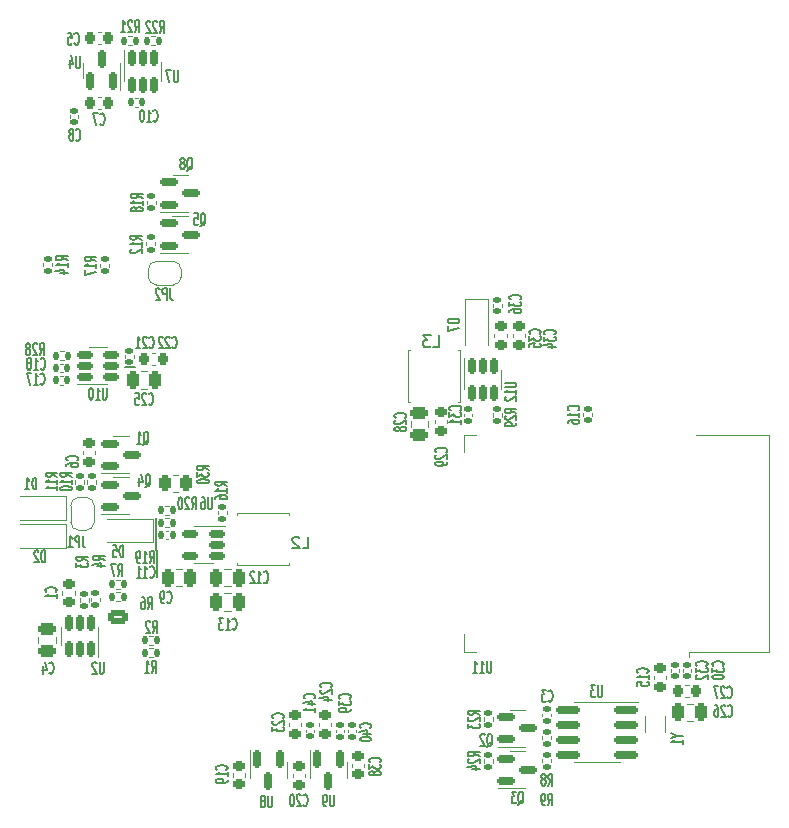
<source format=gbo>
G04 #@! TF.GenerationSoftware,KiCad,Pcbnew,(6.0.10)*
G04 #@! TF.CreationDate,2023-01-06T16:36:23-08:00*
G04 #@! TF.ProjectId,ai-camera,61692d63-616d-4657-9261-2e6b69636164,rev?*
G04 #@! TF.SameCoordinates,Original*
G04 #@! TF.FileFunction,Legend,Bot*
G04 #@! TF.FilePolarity,Positive*
%FSLAX46Y46*%
G04 Gerber Fmt 4.6, Leading zero omitted, Abs format (unit mm)*
G04 Created by KiCad (PCBNEW (6.0.10)) date 2023-01-06 16:36:23*
%MOMM*%
%LPD*%
G01*
G04 APERTURE LIST*
G04 Aperture macros list*
%AMRoundRect*
0 Rectangle with rounded corners*
0 $1 Rounding radius*
0 $2 $3 $4 $5 $6 $7 $8 $9 X,Y pos of 4 corners*
0 Add a 4 corners polygon primitive as box body*
4,1,4,$2,$3,$4,$5,$6,$7,$8,$9,$2,$3,0*
0 Add four circle primitives for the rounded corners*
1,1,$1+$1,$2,$3*
1,1,$1+$1,$4,$5*
1,1,$1+$1,$6,$7*
1,1,$1+$1,$8,$9*
0 Add four rect primitives between the rounded corners*
20,1,$1+$1,$2,$3,$4,$5,0*
20,1,$1+$1,$4,$5,$6,$7,0*
20,1,$1+$1,$6,$7,$8,$9,0*
20,1,$1+$1,$8,$9,$2,$3,0*%
%AMFreePoly0*
4,1,22,0.500000,-0.750000,0.000000,-0.750000,0.000000,-0.745033,-0.079941,-0.743568,-0.215256,-0.701293,-0.333266,-0.622738,-0.424486,-0.514219,-0.481581,-0.384460,-0.499164,-0.250000,-0.500000,-0.250000,-0.500000,0.250000,-0.499164,0.250000,-0.499963,0.256109,-0.478152,0.396186,-0.417904,0.524511,-0.324060,0.630769,-0.204165,0.706417,-0.067858,0.745374,0.000000,0.744959,0.000000,0.750000,
0.500000,0.750000,0.500000,-0.750000,0.500000,-0.750000,$1*%
%AMFreePoly1*
4,1,20,0.000000,0.744959,0.073905,0.744508,0.209726,0.703889,0.328688,0.626782,0.421226,0.519385,0.479903,0.390333,0.500000,0.250000,0.500000,-0.250000,0.499851,-0.262216,0.476331,-0.402017,0.414519,-0.529596,0.319384,-0.634700,0.198574,-0.708877,0.061801,-0.746166,0.000000,-0.745033,0.000000,-0.750000,-0.500000,-0.750000,-0.500000,0.750000,0.000000,0.750000,0.000000,0.744959,
0.000000,0.744959,$1*%
G04 Aperture macros list end*
%ADD10C,0.177800*%
%ADD11C,0.150000*%
%ADD12C,0.120000*%
%ADD13C,5.600000*%
%ADD14C,3.600000*%
%ADD15C,4.000000*%
%ADD16C,1.700000*%
%ADD17RoundRect,0.250000X-0.625000X0.350000X-0.625000X-0.350000X0.625000X-0.350000X0.625000X0.350000X0*%
%ADD18O,1.750000X1.200000*%
%ADD19C,1.440000*%
%ADD20C,0.800000*%
%ADD21O,1.550000X0.890000*%
%ADD22O,0.950000X1.250000*%
%ADD23R,1.700000X1.700000*%
%ADD24O,1.700000X1.700000*%
%ADD25R,1.524000X1.524000*%
%ADD26C,1.524000*%
%ADD27C,0.990600*%
%ADD28RoundRect,0.150000X-0.587500X-0.150000X0.587500X-0.150000X0.587500X0.150000X-0.587500X0.150000X0*%
%ADD29RoundRect,0.250000X0.475000X-0.250000X0.475000X0.250000X-0.475000X0.250000X-0.475000X-0.250000X0*%
%ADD30R,1.100000X3.700000*%
%ADD31RoundRect,0.225000X0.250000X-0.225000X0.250000X0.225000X-0.250000X0.225000X-0.250000X-0.225000X0*%
%ADD32RoundRect,0.140000X0.170000X-0.140000X0.170000X0.140000X-0.170000X0.140000X-0.170000X-0.140000X0*%
%ADD33RoundRect,0.135000X0.185000X-0.135000X0.185000X0.135000X-0.185000X0.135000X-0.185000X-0.135000X0*%
%ADD34RoundRect,0.135000X0.135000X0.185000X-0.135000X0.185000X-0.135000X-0.185000X0.135000X-0.185000X0*%
%ADD35R,0.900000X1.500000*%
%ADD36R,1.500000X0.900000*%
%ADD37C,0.600000*%
%ADD38R,3.900000X3.900000*%
%ADD39RoundRect,0.140000X0.140000X0.170000X-0.140000X0.170000X-0.140000X-0.170000X0.140000X-0.170000X0*%
%ADD40R,1.800000X1.000000*%
%ADD41RoundRect,0.225000X0.225000X0.250000X-0.225000X0.250000X-0.225000X-0.250000X0.225000X-0.250000X0*%
%ADD42RoundRect,0.140000X-0.170000X0.140000X-0.170000X-0.140000X0.170000X-0.140000X0.170000X0.140000X0*%
%ADD43R,0.900000X1.200000*%
%ADD44RoundRect,0.135000X-0.135000X-0.185000X0.135000X-0.185000X0.135000X0.185000X-0.135000X0.185000X0*%
%ADD45RoundRect,0.250000X0.250000X0.475000X-0.250000X0.475000X-0.250000X-0.475000X0.250000X-0.475000X0*%
%ADD46RoundRect,0.135000X-0.185000X0.135000X-0.185000X-0.135000X0.185000X-0.135000X0.185000X0.135000X0*%
%ADD47R,3.700000X1.100000*%
%ADD48RoundRect,0.150000X-0.150000X0.587500X-0.150000X-0.587500X0.150000X-0.587500X0.150000X0.587500X0*%
%ADD49RoundRect,0.140000X-0.140000X-0.170000X0.140000X-0.170000X0.140000X0.170000X-0.140000X0.170000X0*%
%ADD50FreePoly0,270.000000*%
%ADD51FreePoly1,270.000000*%
%ADD52RoundRect,0.150000X0.150000X-0.587500X0.150000X0.587500X-0.150000X0.587500X-0.150000X-0.587500X0*%
%ADD53FreePoly0,180.000000*%
%ADD54FreePoly1,180.000000*%
%ADD55RoundRect,0.150000X0.825000X0.150000X-0.825000X0.150000X-0.825000X-0.150000X0.825000X-0.150000X0*%
%ADD56RoundRect,0.150000X-0.150000X0.512500X-0.150000X-0.512500X0.150000X-0.512500X0.150000X0.512500X0*%
%ADD57RoundRect,0.225000X-0.250000X0.225000X-0.250000X-0.225000X0.250000X-0.225000X0.250000X0.225000X0*%
%ADD58R,1.200000X0.900000*%
%ADD59RoundRect,0.225000X-0.225000X-0.250000X0.225000X-0.250000X0.225000X0.250000X-0.225000X0.250000X0*%
%ADD60RoundRect,0.150000X0.512500X0.150000X-0.512500X0.150000X-0.512500X-0.150000X0.512500X-0.150000X0*%
%ADD61RoundRect,0.250000X-0.250000X-0.475000X0.250000X-0.475000X0.250000X0.475000X-0.250000X0.475000X0*%
%ADD62RoundRect,0.150000X-0.512500X-0.150000X0.512500X-0.150000X0.512500X0.150000X-0.512500X0.150000X0*%
%ADD63RoundRect,0.250000X0.262500X0.450000X-0.262500X0.450000X-0.262500X-0.450000X0.262500X-0.450000X0*%
%ADD64RoundRect,0.150000X0.150000X-0.512500X0.150000X0.512500X-0.150000X0.512500X-0.150000X-0.512500X0*%
G04 APERTURE END LIST*
D10*
X112770000Y-91390000D02*
X112640000Y-91260000D01*
X112640000Y-91260000D02*
X112640000Y-88550000D01*
X110930000Y-75820000D02*
X110060000Y-75820000D01*
X112770000Y-93550000D02*
X112770000Y-91390000D01*
D11*
X116427142Y-63867619D02*
X116484285Y-63820000D01*
X116541428Y-63724761D01*
X116627142Y-63581904D01*
X116684285Y-63534285D01*
X116741428Y-63534285D01*
X116712857Y-63772380D02*
X116770000Y-63724761D01*
X116827142Y-63629523D01*
X116855714Y-63439047D01*
X116855714Y-63105714D01*
X116827142Y-62915238D01*
X116770000Y-62820000D01*
X116712857Y-62772380D01*
X116598571Y-62772380D01*
X116541428Y-62820000D01*
X116484285Y-62915238D01*
X116455714Y-63105714D01*
X116455714Y-63439047D01*
X116484285Y-63629523D01*
X116541428Y-63724761D01*
X116598571Y-63772380D01*
X116712857Y-63772380D01*
X115912857Y-62772380D02*
X116198571Y-62772380D01*
X116227142Y-63248571D01*
X116198571Y-63200952D01*
X116141428Y-63153333D01*
X115998571Y-63153333D01*
X115941428Y-63200952D01*
X115912857Y-63248571D01*
X115884285Y-63343809D01*
X115884285Y-63581904D01*
X115912857Y-63677142D01*
X115941428Y-63724761D01*
X115998571Y-63772380D01*
X116141428Y-63772380D01*
X116198571Y-63724761D01*
X116227142Y-63677142D01*
X103650000Y-101697142D02*
X103678571Y-101744761D01*
X103764285Y-101792380D01*
X103821428Y-101792380D01*
X103907142Y-101744761D01*
X103964285Y-101649523D01*
X103992857Y-101554285D01*
X104021428Y-101363809D01*
X104021428Y-101220952D01*
X103992857Y-101030476D01*
X103964285Y-100935238D01*
X103907142Y-100840000D01*
X103821428Y-100792380D01*
X103764285Y-100792380D01*
X103678571Y-100840000D01*
X103650000Y-100887619D01*
X103135714Y-101125714D02*
X103135714Y-101792380D01*
X103278571Y-100744761D02*
X103421428Y-101459047D01*
X103050000Y-101459047D01*
X125086666Y-91162380D02*
X125562857Y-91162380D01*
X125562857Y-90162380D01*
X124800952Y-90257619D02*
X124753333Y-90210000D01*
X124658095Y-90162380D01*
X124420000Y-90162380D01*
X124324761Y-90210000D01*
X124277142Y-90257619D01*
X124229523Y-90352857D01*
X124229523Y-90448095D01*
X124277142Y-90590952D01*
X124848571Y-91162380D01*
X124229523Y-91162380D01*
X137237142Y-83004285D02*
X137284761Y-82975714D01*
X137332380Y-82890000D01*
X137332380Y-82832857D01*
X137284761Y-82747142D01*
X137189523Y-82690000D01*
X137094285Y-82661428D01*
X136903809Y-82632857D01*
X136760952Y-82632857D01*
X136570476Y-82661428D01*
X136475238Y-82690000D01*
X136380000Y-82747142D01*
X136332380Y-82832857D01*
X136332380Y-82890000D01*
X136380000Y-82975714D01*
X136427619Y-83004285D01*
X136427619Y-83232857D02*
X136380000Y-83261428D01*
X136332380Y-83318571D01*
X136332380Y-83461428D01*
X136380000Y-83518571D01*
X136427619Y-83547142D01*
X136522857Y-83575714D01*
X136618095Y-83575714D01*
X136760952Y-83547142D01*
X137332380Y-83204285D01*
X137332380Y-83575714D01*
X137332380Y-83861428D02*
X137332380Y-83975714D01*
X137284761Y-84032857D01*
X137237142Y-84061428D01*
X137094285Y-84118571D01*
X136903809Y-84147142D01*
X136522857Y-84147142D01*
X136427619Y-84118571D01*
X136380000Y-84090000D01*
X136332380Y-84032857D01*
X136332380Y-83918571D01*
X136380000Y-83861428D01*
X136427619Y-83832857D01*
X136522857Y-83804285D01*
X136760952Y-83804285D01*
X136856190Y-83832857D01*
X136903809Y-83861428D01*
X136951428Y-83918571D01*
X136951428Y-84032857D01*
X136903809Y-84090000D01*
X136856190Y-84118571D01*
X136760952Y-84147142D01*
X145900000Y-104047142D02*
X145928571Y-104094761D01*
X146014285Y-104142380D01*
X146071428Y-104142380D01*
X146157142Y-104094761D01*
X146214285Y-103999523D01*
X146242857Y-103904285D01*
X146271428Y-103713809D01*
X146271428Y-103570952D01*
X146242857Y-103380476D01*
X146214285Y-103285238D01*
X146157142Y-103190000D01*
X146071428Y-103142380D01*
X146014285Y-103142380D01*
X145928571Y-103190000D01*
X145900000Y-103237619D01*
X145700000Y-103142380D02*
X145328571Y-103142380D01*
X145528571Y-103523333D01*
X145442857Y-103523333D01*
X145385714Y-103570952D01*
X145357142Y-103618571D01*
X145328571Y-103713809D01*
X145328571Y-103951904D01*
X145357142Y-104047142D01*
X145385714Y-104094761D01*
X145442857Y-104142380D01*
X145614285Y-104142380D01*
X145671428Y-104094761D01*
X145700000Y-104047142D01*
X118712380Y-85854285D02*
X118236190Y-85654285D01*
X118712380Y-85511428D02*
X117712380Y-85511428D01*
X117712380Y-85740000D01*
X117760000Y-85797142D01*
X117807619Y-85825714D01*
X117902857Y-85854285D01*
X118045714Y-85854285D01*
X118140952Y-85825714D01*
X118188571Y-85797142D01*
X118236190Y-85740000D01*
X118236190Y-85511428D01*
X118712380Y-86425714D02*
X118712380Y-86082857D01*
X118712380Y-86254285D02*
X117712380Y-86254285D01*
X117855238Y-86197142D01*
X117950476Y-86140000D01*
X117998095Y-86082857D01*
X117712380Y-86940000D02*
X117712380Y-86825714D01*
X117760000Y-86768571D01*
X117807619Y-86740000D01*
X117950476Y-86682857D01*
X118140952Y-86654285D01*
X118521904Y-86654285D01*
X118617142Y-86682857D01*
X118664761Y-86711428D01*
X118712380Y-86768571D01*
X118712380Y-86882857D01*
X118664761Y-86940000D01*
X118617142Y-86968571D01*
X118521904Y-86997142D01*
X118283809Y-86997142D01*
X118188571Y-86968571D01*
X118140952Y-86940000D01*
X118093333Y-86882857D01*
X118093333Y-86768571D01*
X118140952Y-86711428D01*
X118188571Y-86682857D01*
X118283809Y-86654285D01*
X112390000Y-98302380D02*
X112590000Y-97826190D01*
X112732857Y-98302380D02*
X112732857Y-97302380D01*
X112504285Y-97302380D01*
X112447142Y-97350000D01*
X112418571Y-97397619D01*
X112390000Y-97492857D01*
X112390000Y-97635714D01*
X112418571Y-97730952D01*
X112447142Y-97778571D01*
X112504285Y-97826190D01*
X112732857Y-97826190D01*
X112161428Y-97397619D02*
X112132857Y-97350000D01*
X112075714Y-97302380D01*
X111932857Y-97302380D01*
X111875714Y-97350000D01*
X111847142Y-97397619D01*
X111818571Y-97492857D01*
X111818571Y-97588095D01*
X111847142Y-97730952D01*
X112190000Y-98302380D01*
X111818571Y-98302380D01*
X141062857Y-100682380D02*
X141062857Y-101491904D01*
X141034285Y-101587142D01*
X141005714Y-101634761D01*
X140948571Y-101682380D01*
X140834285Y-101682380D01*
X140777142Y-101634761D01*
X140748571Y-101587142D01*
X140720000Y-101491904D01*
X140720000Y-100682380D01*
X140120000Y-101682380D02*
X140462857Y-101682380D01*
X140291428Y-101682380D02*
X140291428Y-100682380D01*
X140348571Y-100825238D01*
X140405714Y-100920476D01*
X140462857Y-100968095D01*
X139548571Y-101682380D02*
X139891428Y-101682380D01*
X139720000Y-101682380D02*
X139720000Y-100682380D01*
X139777142Y-100825238D01*
X139834285Y-100920476D01*
X139891428Y-100968095D01*
X102905714Y-75917142D02*
X102934285Y-75964761D01*
X103020000Y-76012380D01*
X103077142Y-76012380D01*
X103162857Y-75964761D01*
X103220000Y-75869523D01*
X103248571Y-75774285D01*
X103277142Y-75583809D01*
X103277142Y-75440952D01*
X103248571Y-75250476D01*
X103220000Y-75155238D01*
X103162857Y-75060000D01*
X103077142Y-75012380D01*
X103020000Y-75012380D01*
X102934285Y-75060000D01*
X102905714Y-75107619D01*
X102334285Y-76012380D02*
X102677142Y-76012380D01*
X102505714Y-76012380D02*
X102505714Y-75012380D01*
X102562857Y-75155238D01*
X102620000Y-75250476D01*
X102677142Y-75298095D01*
X101991428Y-75440952D02*
X102048571Y-75393333D01*
X102077142Y-75345714D01*
X102105714Y-75250476D01*
X102105714Y-75202857D01*
X102077142Y-75107619D01*
X102048571Y-75060000D01*
X101991428Y-75012380D01*
X101877142Y-75012380D01*
X101820000Y-75060000D01*
X101791428Y-75107619D01*
X101762857Y-75202857D01*
X101762857Y-75250476D01*
X101791428Y-75345714D01*
X101820000Y-75393333D01*
X101877142Y-75440952D01*
X101991428Y-75440952D01*
X102048571Y-75488571D01*
X102077142Y-75536190D01*
X102105714Y-75631428D01*
X102105714Y-75821904D01*
X102077142Y-75917142D01*
X102048571Y-75964761D01*
X101991428Y-76012380D01*
X101877142Y-76012380D01*
X101820000Y-75964761D01*
X101791428Y-75917142D01*
X101762857Y-75821904D01*
X101762857Y-75631428D01*
X101791428Y-75536190D01*
X101820000Y-75488571D01*
X101877142Y-75440952D01*
X156796190Y-107014285D02*
X157272380Y-107014285D01*
X156272380Y-106814285D02*
X156796190Y-107014285D01*
X156272380Y-107214285D01*
X157272380Y-107728571D02*
X157272380Y-107385714D01*
X157272380Y-107557142D02*
X156272380Y-107557142D01*
X156415238Y-107500000D01*
X156510476Y-107442857D01*
X156558095Y-107385714D01*
X114055714Y-74127142D02*
X114084285Y-74174761D01*
X114170000Y-74222380D01*
X114227142Y-74222380D01*
X114312857Y-74174761D01*
X114370000Y-74079523D01*
X114398571Y-73984285D01*
X114427142Y-73793809D01*
X114427142Y-73650952D01*
X114398571Y-73460476D01*
X114370000Y-73365238D01*
X114312857Y-73270000D01*
X114227142Y-73222380D01*
X114170000Y-73222380D01*
X114084285Y-73270000D01*
X114055714Y-73317619D01*
X113827142Y-73317619D02*
X113798571Y-73270000D01*
X113741428Y-73222380D01*
X113598571Y-73222380D01*
X113541428Y-73270000D01*
X113512857Y-73317619D01*
X113484285Y-73412857D01*
X113484285Y-73508095D01*
X113512857Y-73650952D01*
X113855714Y-74222380D01*
X113484285Y-74222380D01*
X113255714Y-73317619D02*
X113227142Y-73270000D01*
X113170000Y-73222380D01*
X113027142Y-73222380D01*
X112970000Y-73270000D01*
X112941428Y-73317619D01*
X112912857Y-73412857D01*
X112912857Y-73508095D01*
X112941428Y-73650952D01*
X113284285Y-74222380D01*
X112912857Y-74222380D01*
X143507142Y-70074285D02*
X143554761Y-70045714D01*
X143602380Y-69960000D01*
X143602380Y-69902857D01*
X143554761Y-69817142D01*
X143459523Y-69760000D01*
X143364285Y-69731428D01*
X143173809Y-69702857D01*
X143030952Y-69702857D01*
X142840476Y-69731428D01*
X142745238Y-69760000D01*
X142650000Y-69817142D01*
X142602380Y-69902857D01*
X142602380Y-69960000D01*
X142650000Y-70045714D01*
X142697619Y-70074285D01*
X142602380Y-70274285D02*
X142602380Y-70645714D01*
X142983333Y-70445714D01*
X142983333Y-70531428D01*
X143030952Y-70588571D01*
X143078571Y-70617142D01*
X143173809Y-70645714D01*
X143411904Y-70645714D01*
X143507142Y-70617142D01*
X143554761Y-70588571D01*
X143602380Y-70531428D01*
X143602380Y-70360000D01*
X143554761Y-70302857D01*
X143507142Y-70274285D01*
X142602380Y-71160000D02*
X142602380Y-71045714D01*
X142650000Y-70988571D01*
X142697619Y-70960000D01*
X142840476Y-70902857D01*
X143030952Y-70874285D01*
X143411904Y-70874285D01*
X143507142Y-70902857D01*
X143554761Y-70931428D01*
X143602380Y-70988571D01*
X143602380Y-71102857D01*
X143554761Y-71160000D01*
X143507142Y-71188571D01*
X143411904Y-71217142D01*
X143173809Y-71217142D01*
X143078571Y-71188571D01*
X143030952Y-71160000D01*
X142983333Y-71102857D01*
X142983333Y-70988571D01*
X143030952Y-70931428D01*
X143078571Y-70902857D01*
X143173809Y-70874285D01*
X103282857Y-92332380D02*
X103282857Y-91332380D01*
X103140000Y-91332380D01*
X103054285Y-91380000D01*
X102997142Y-91475238D01*
X102968571Y-91570476D01*
X102940000Y-91760952D01*
X102940000Y-91903809D01*
X102968571Y-92094285D01*
X102997142Y-92189523D01*
X103054285Y-92284761D01*
X103140000Y-92332380D01*
X103282857Y-92332380D01*
X102711428Y-91427619D02*
X102682857Y-91380000D01*
X102625714Y-91332380D01*
X102482857Y-91332380D01*
X102425714Y-91380000D01*
X102397142Y-91427619D01*
X102368571Y-91522857D01*
X102368571Y-91618095D01*
X102397142Y-91760952D01*
X102740000Y-92332380D01*
X102368571Y-92332380D01*
X102825714Y-74762380D02*
X103025714Y-74286190D01*
X103168571Y-74762380D02*
X103168571Y-73762380D01*
X102940000Y-73762380D01*
X102882857Y-73810000D01*
X102854285Y-73857619D01*
X102825714Y-73952857D01*
X102825714Y-74095714D01*
X102854285Y-74190952D01*
X102882857Y-74238571D01*
X102940000Y-74286190D01*
X103168571Y-74286190D01*
X102597142Y-73857619D02*
X102568571Y-73810000D01*
X102511428Y-73762380D01*
X102368571Y-73762380D01*
X102311428Y-73810000D01*
X102282857Y-73857619D01*
X102254285Y-73952857D01*
X102254285Y-74048095D01*
X102282857Y-74190952D01*
X102625714Y-74762380D01*
X102254285Y-74762380D01*
X101911428Y-74190952D02*
X101968571Y-74143333D01*
X101997142Y-74095714D01*
X102025714Y-74000476D01*
X102025714Y-73952857D01*
X101997142Y-73857619D01*
X101968571Y-73810000D01*
X101911428Y-73762380D01*
X101797142Y-73762380D01*
X101740000Y-73810000D01*
X101711428Y-73857619D01*
X101682857Y-73952857D01*
X101682857Y-74000476D01*
X101711428Y-74095714D01*
X101740000Y-74143333D01*
X101797142Y-74190952D01*
X101911428Y-74190952D01*
X101968571Y-74238571D01*
X101997142Y-74286190D01*
X102025714Y-74381428D01*
X102025714Y-74571904D01*
X101997142Y-74667142D01*
X101968571Y-74714761D01*
X101911428Y-74762380D01*
X101797142Y-74762380D01*
X101740000Y-74714761D01*
X101711428Y-74667142D01*
X101682857Y-74571904D01*
X101682857Y-74381428D01*
X101711428Y-74286190D01*
X101740000Y-74238571D01*
X101797142Y-74190952D01*
X105780000Y-48397142D02*
X105808571Y-48444761D01*
X105894285Y-48492380D01*
X105951428Y-48492380D01*
X106037142Y-48444761D01*
X106094285Y-48349523D01*
X106122857Y-48254285D01*
X106151428Y-48063809D01*
X106151428Y-47920952D01*
X106122857Y-47730476D01*
X106094285Y-47635238D01*
X106037142Y-47540000D01*
X105951428Y-47492380D01*
X105894285Y-47492380D01*
X105808571Y-47540000D01*
X105780000Y-47587619D01*
X105237142Y-47492380D02*
X105522857Y-47492380D01*
X105551428Y-47968571D01*
X105522857Y-47920952D01*
X105465714Y-47873333D01*
X105322857Y-47873333D01*
X105265714Y-47920952D01*
X105237142Y-47968571D01*
X105208571Y-48063809D01*
X105208571Y-48301904D01*
X105237142Y-48397142D01*
X105265714Y-48444761D01*
X105322857Y-48492380D01*
X105465714Y-48492380D01*
X105522857Y-48444761D01*
X105551428Y-48397142D01*
X112055714Y-78907142D02*
X112084285Y-78954761D01*
X112170000Y-79002380D01*
X112227142Y-79002380D01*
X112312857Y-78954761D01*
X112370000Y-78859523D01*
X112398571Y-78764285D01*
X112427142Y-78573809D01*
X112427142Y-78430952D01*
X112398571Y-78240476D01*
X112370000Y-78145238D01*
X112312857Y-78050000D01*
X112227142Y-78002380D01*
X112170000Y-78002380D01*
X112084285Y-78050000D01*
X112055714Y-78097619D01*
X111827142Y-78097619D02*
X111798571Y-78050000D01*
X111741428Y-78002380D01*
X111598571Y-78002380D01*
X111541428Y-78050000D01*
X111512857Y-78097619D01*
X111484285Y-78192857D01*
X111484285Y-78288095D01*
X111512857Y-78430952D01*
X111855714Y-79002380D01*
X111484285Y-79002380D01*
X110941428Y-78002380D02*
X111227142Y-78002380D01*
X111255714Y-78478571D01*
X111227142Y-78430952D01*
X111170000Y-78383333D01*
X111027142Y-78383333D01*
X110970000Y-78430952D01*
X110941428Y-78478571D01*
X110912857Y-78573809D01*
X110912857Y-78811904D01*
X110941428Y-78907142D01*
X110970000Y-78954761D01*
X111027142Y-79002380D01*
X111170000Y-79002380D01*
X111227142Y-78954761D01*
X111255714Y-78907142D01*
X160667142Y-101074285D02*
X160714761Y-101045714D01*
X160762380Y-100960000D01*
X160762380Y-100902857D01*
X160714761Y-100817142D01*
X160619523Y-100760000D01*
X160524285Y-100731428D01*
X160333809Y-100702857D01*
X160190952Y-100702857D01*
X160000476Y-100731428D01*
X159905238Y-100760000D01*
X159810000Y-100817142D01*
X159762380Y-100902857D01*
X159762380Y-100960000D01*
X159810000Y-101045714D01*
X159857619Y-101074285D01*
X159762380Y-101274285D02*
X159762380Y-101645714D01*
X160143333Y-101445714D01*
X160143333Y-101531428D01*
X160190952Y-101588571D01*
X160238571Y-101617142D01*
X160333809Y-101645714D01*
X160571904Y-101645714D01*
X160667142Y-101617142D01*
X160714761Y-101588571D01*
X160762380Y-101531428D01*
X160762380Y-101360000D01*
X160714761Y-101302857D01*
X160667142Y-101274285D01*
X159762380Y-102017142D02*
X159762380Y-102074285D01*
X159810000Y-102131428D01*
X159857619Y-102160000D01*
X159952857Y-102188571D01*
X160143333Y-102217142D01*
X160381428Y-102217142D01*
X160571904Y-102188571D01*
X160667142Y-102160000D01*
X160714761Y-102131428D01*
X160762380Y-102074285D01*
X160762380Y-102017142D01*
X160714761Y-101960000D01*
X160667142Y-101931428D01*
X160571904Y-101902857D01*
X160381428Y-101874285D01*
X160143333Y-101874285D01*
X159952857Y-101902857D01*
X159857619Y-101931428D01*
X159810000Y-101960000D01*
X159762380Y-102017142D01*
X125155714Y-112877142D02*
X125184285Y-112924761D01*
X125270000Y-112972380D01*
X125327142Y-112972380D01*
X125412857Y-112924761D01*
X125470000Y-112829523D01*
X125498571Y-112734285D01*
X125527142Y-112543809D01*
X125527142Y-112400952D01*
X125498571Y-112210476D01*
X125470000Y-112115238D01*
X125412857Y-112020000D01*
X125327142Y-111972380D01*
X125270000Y-111972380D01*
X125184285Y-112020000D01*
X125155714Y-112067619D01*
X124927142Y-112067619D02*
X124898571Y-112020000D01*
X124841428Y-111972380D01*
X124698571Y-111972380D01*
X124641428Y-112020000D01*
X124612857Y-112067619D01*
X124584285Y-112162857D01*
X124584285Y-112258095D01*
X124612857Y-112400952D01*
X124955714Y-112972380D01*
X124584285Y-112972380D01*
X124212857Y-111972380D02*
X124155714Y-111972380D01*
X124098571Y-112020000D01*
X124070000Y-112067619D01*
X124041428Y-112162857D01*
X124012857Y-112353333D01*
X124012857Y-112591428D01*
X124041428Y-112781904D01*
X124070000Y-112877142D01*
X124098571Y-112924761D01*
X124155714Y-112972380D01*
X124212857Y-112972380D01*
X124270000Y-112924761D01*
X124298571Y-112877142D01*
X124327142Y-112781904D01*
X124355714Y-112591428D01*
X124355714Y-112353333D01*
X124327142Y-112162857D01*
X124298571Y-112067619D01*
X124270000Y-112020000D01*
X124212857Y-111972380D01*
X111617142Y-82377619D02*
X111674285Y-82330000D01*
X111731428Y-82234761D01*
X111817142Y-82091904D01*
X111874285Y-82044285D01*
X111931428Y-82044285D01*
X111902857Y-82282380D02*
X111960000Y-82234761D01*
X112017142Y-82139523D01*
X112045714Y-81949047D01*
X112045714Y-81615714D01*
X112017142Y-81425238D01*
X111960000Y-81330000D01*
X111902857Y-81282380D01*
X111788571Y-81282380D01*
X111731428Y-81330000D01*
X111674285Y-81425238D01*
X111645714Y-81615714D01*
X111645714Y-81949047D01*
X111674285Y-82139523D01*
X111731428Y-82234761D01*
X111788571Y-82282380D01*
X111902857Y-82282380D01*
X111074285Y-82282380D02*
X111417142Y-82282380D01*
X111245714Y-82282380D02*
X111245714Y-81282380D01*
X111302857Y-81425238D01*
X111360000Y-81520476D01*
X111417142Y-81568095D01*
X105910000Y-56537142D02*
X105938571Y-56584761D01*
X106024285Y-56632380D01*
X106081428Y-56632380D01*
X106167142Y-56584761D01*
X106224285Y-56489523D01*
X106252857Y-56394285D01*
X106281428Y-56203809D01*
X106281428Y-56060952D01*
X106252857Y-55870476D01*
X106224285Y-55775238D01*
X106167142Y-55680000D01*
X106081428Y-55632380D01*
X106024285Y-55632380D01*
X105938571Y-55680000D01*
X105910000Y-55727619D01*
X105567142Y-56060952D02*
X105624285Y-56013333D01*
X105652857Y-55965714D01*
X105681428Y-55870476D01*
X105681428Y-55822857D01*
X105652857Y-55727619D01*
X105624285Y-55680000D01*
X105567142Y-55632380D01*
X105452857Y-55632380D01*
X105395714Y-55680000D01*
X105367142Y-55727619D01*
X105338571Y-55822857D01*
X105338571Y-55870476D01*
X105367142Y-55965714D01*
X105395714Y-56013333D01*
X105452857Y-56060952D01*
X105567142Y-56060952D01*
X105624285Y-56108571D01*
X105652857Y-56156190D01*
X105681428Y-56251428D01*
X105681428Y-56441904D01*
X105652857Y-56537142D01*
X105624285Y-56584761D01*
X105567142Y-56632380D01*
X105452857Y-56632380D01*
X105395714Y-56584761D01*
X105367142Y-56537142D01*
X105338571Y-56441904D01*
X105338571Y-56251428D01*
X105367142Y-56156190D01*
X105395714Y-56108571D01*
X105452857Y-56060952D01*
X108352380Y-92170000D02*
X107876190Y-91970000D01*
X108352380Y-91827142D02*
X107352380Y-91827142D01*
X107352380Y-92055714D01*
X107400000Y-92112857D01*
X107447619Y-92141428D01*
X107542857Y-92170000D01*
X107685714Y-92170000D01*
X107780952Y-92141428D01*
X107828571Y-92112857D01*
X107876190Y-92055714D01*
X107876190Y-91827142D01*
X107685714Y-92684285D02*
X108352380Y-92684285D01*
X107304761Y-92541428D02*
X108019047Y-92398571D01*
X108019047Y-92770000D01*
X145880000Y-112912380D02*
X146080000Y-112436190D01*
X146222857Y-112912380D02*
X146222857Y-111912380D01*
X145994285Y-111912380D01*
X145937142Y-111960000D01*
X145908571Y-112007619D01*
X145880000Y-112102857D01*
X145880000Y-112245714D01*
X145908571Y-112340952D01*
X145937142Y-112388571D01*
X145994285Y-112436190D01*
X146222857Y-112436190D01*
X145594285Y-112912380D02*
X145480000Y-112912380D01*
X145422857Y-112864761D01*
X145394285Y-112817142D01*
X145337142Y-112674285D01*
X145308571Y-112483809D01*
X145308571Y-112102857D01*
X145337142Y-112007619D01*
X145365714Y-111960000D01*
X145422857Y-111912380D01*
X145537142Y-111912380D01*
X145594285Y-111960000D01*
X145622857Y-112007619D01*
X145651428Y-112102857D01*
X145651428Y-112340952D01*
X145622857Y-112436190D01*
X145594285Y-112483809D01*
X145537142Y-112531428D01*
X145422857Y-112531428D01*
X145365714Y-112483809D01*
X145337142Y-112436190D01*
X145308571Y-112340952D01*
X130817142Y-106324285D02*
X130864761Y-106295714D01*
X130912380Y-106210000D01*
X130912380Y-106152857D01*
X130864761Y-106067142D01*
X130769523Y-106010000D01*
X130674285Y-105981428D01*
X130483809Y-105952857D01*
X130340952Y-105952857D01*
X130150476Y-105981428D01*
X130055238Y-106010000D01*
X129960000Y-106067142D01*
X129912380Y-106152857D01*
X129912380Y-106210000D01*
X129960000Y-106295714D01*
X130007619Y-106324285D01*
X130245714Y-106838571D02*
X130912380Y-106838571D01*
X129864761Y-106695714D02*
X130579047Y-106552857D01*
X130579047Y-106924285D01*
X129912380Y-107267142D02*
X129912380Y-107324285D01*
X129960000Y-107381428D01*
X130007619Y-107410000D01*
X130102857Y-107438571D01*
X130293333Y-107467142D01*
X130531428Y-107467142D01*
X130721904Y-107438571D01*
X130817142Y-107410000D01*
X130864761Y-107381428D01*
X130912380Y-107324285D01*
X130912380Y-107267142D01*
X130864761Y-107210000D01*
X130817142Y-107181428D01*
X130721904Y-107152857D01*
X130531428Y-107124285D01*
X130293333Y-107124285D01*
X130102857Y-107152857D01*
X130007619Y-107181428D01*
X129960000Y-107210000D01*
X129912380Y-107267142D01*
X123427142Y-105504285D02*
X123474761Y-105475714D01*
X123522380Y-105390000D01*
X123522380Y-105332857D01*
X123474761Y-105247142D01*
X123379523Y-105190000D01*
X123284285Y-105161428D01*
X123093809Y-105132857D01*
X122950952Y-105132857D01*
X122760476Y-105161428D01*
X122665238Y-105190000D01*
X122570000Y-105247142D01*
X122522380Y-105332857D01*
X122522380Y-105390000D01*
X122570000Y-105475714D01*
X122617619Y-105504285D01*
X122617619Y-105732857D02*
X122570000Y-105761428D01*
X122522380Y-105818571D01*
X122522380Y-105961428D01*
X122570000Y-106018571D01*
X122617619Y-106047142D01*
X122712857Y-106075714D01*
X122808095Y-106075714D01*
X122950952Y-106047142D01*
X123522380Y-105704285D01*
X123522380Y-106075714D01*
X122522380Y-106275714D02*
X122522380Y-106647142D01*
X122903333Y-106447142D01*
X122903333Y-106532857D01*
X122950952Y-106590000D01*
X122998571Y-106618571D01*
X123093809Y-106647142D01*
X123331904Y-106647142D01*
X123427142Y-106618571D01*
X123474761Y-106590000D01*
X123522380Y-106532857D01*
X123522380Y-106361428D01*
X123474761Y-106304285D01*
X123427142Y-106275714D01*
X140082380Y-105234285D02*
X139606190Y-105034285D01*
X140082380Y-104891428D02*
X139082380Y-104891428D01*
X139082380Y-105120000D01*
X139130000Y-105177142D01*
X139177619Y-105205714D01*
X139272857Y-105234285D01*
X139415714Y-105234285D01*
X139510952Y-105205714D01*
X139558571Y-105177142D01*
X139606190Y-105120000D01*
X139606190Y-104891428D01*
X139177619Y-105462857D02*
X139130000Y-105491428D01*
X139082380Y-105548571D01*
X139082380Y-105691428D01*
X139130000Y-105748571D01*
X139177619Y-105777142D01*
X139272857Y-105805714D01*
X139368095Y-105805714D01*
X139510952Y-105777142D01*
X140082380Y-105434285D01*
X140082380Y-105805714D01*
X139082380Y-106005714D02*
X139082380Y-106377142D01*
X139463333Y-106177142D01*
X139463333Y-106262857D01*
X139510952Y-106320000D01*
X139558571Y-106348571D01*
X139653809Y-106377142D01*
X139891904Y-106377142D01*
X139987142Y-106348571D01*
X140034761Y-106320000D01*
X140082380Y-106262857D01*
X140082380Y-106091428D01*
X140034761Y-106034285D01*
X139987142Y-106005714D01*
X112455714Y-54927142D02*
X112484285Y-54974761D01*
X112570000Y-55022380D01*
X112627142Y-55022380D01*
X112712857Y-54974761D01*
X112770000Y-54879523D01*
X112798571Y-54784285D01*
X112827142Y-54593809D01*
X112827142Y-54450952D01*
X112798571Y-54260476D01*
X112770000Y-54165238D01*
X112712857Y-54070000D01*
X112627142Y-54022380D01*
X112570000Y-54022380D01*
X112484285Y-54070000D01*
X112455714Y-54117619D01*
X111884285Y-55022380D02*
X112227142Y-55022380D01*
X112055714Y-55022380D02*
X112055714Y-54022380D01*
X112112857Y-54165238D01*
X112170000Y-54260476D01*
X112227142Y-54308095D01*
X111512857Y-54022380D02*
X111455714Y-54022380D01*
X111398571Y-54070000D01*
X111370000Y-54117619D01*
X111341428Y-54212857D01*
X111312857Y-54403333D01*
X111312857Y-54641428D01*
X111341428Y-54831904D01*
X111370000Y-54927142D01*
X111398571Y-54974761D01*
X111455714Y-55022380D01*
X111512857Y-55022380D01*
X111570000Y-54974761D01*
X111598571Y-54927142D01*
X111627142Y-54831904D01*
X111655714Y-54641428D01*
X111655714Y-54403333D01*
X111627142Y-54212857D01*
X111598571Y-54117619D01*
X111570000Y-54070000D01*
X111512857Y-54022380D01*
X136166666Y-74112380D02*
X136642857Y-74112380D01*
X136642857Y-73112380D01*
X135928571Y-73112380D02*
X135309523Y-73112380D01*
X135642857Y-73493333D01*
X135500000Y-73493333D01*
X135404761Y-73540952D01*
X135357142Y-73588571D01*
X135309523Y-73683809D01*
X135309523Y-73921904D01*
X135357142Y-74017142D01*
X135404761Y-74064761D01*
X135500000Y-74112380D01*
X135785714Y-74112380D01*
X135880952Y-74064761D01*
X135928571Y-74017142D01*
X107632380Y-66814285D02*
X107156190Y-66614285D01*
X107632380Y-66471428D02*
X106632380Y-66471428D01*
X106632380Y-66700000D01*
X106680000Y-66757142D01*
X106727619Y-66785714D01*
X106822857Y-66814285D01*
X106965714Y-66814285D01*
X107060952Y-66785714D01*
X107108571Y-66757142D01*
X107156190Y-66700000D01*
X107156190Y-66471428D01*
X107632380Y-67385714D02*
X107632380Y-67042857D01*
X107632380Y-67214285D02*
X106632380Y-67214285D01*
X106775238Y-67157142D01*
X106870476Y-67100000D01*
X106918095Y-67042857D01*
X106632380Y-67585714D02*
X106632380Y-67985714D01*
X107632380Y-67728571D01*
X127767142Y-111992380D02*
X127767142Y-112801904D01*
X127738571Y-112897142D01*
X127710000Y-112944761D01*
X127652857Y-112992380D01*
X127538571Y-112992380D01*
X127481428Y-112944761D01*
X127452857Y-112897142D01*
X127424285Y-112801904D01*
X127424285Y-111992380D01*
X127110000Y-112992380D02*
X126995714Y-112992380D01*
X126938571Y-112944761D01*
X126910000Y-112897142D01*
X126852857Y-112754285D01*
X126824285Y-112563809D01*
X126824285Y-112182857D01*
X126852857Y-112087619D01*
X126881428Y-112040000D01*
X126938571Y-111992380D01*
X127052857Y-111992380D01*
X127110000Y-112040000D01*
X127138571Y-112087619D01*
X127167142Y-112182857D01*
X127167142Y-112420952D01*
X127138571Y-112516190D01*
X127110000Y-112563809D01*
X127052857Y-112611428D01*
X126938571Y-112611428D01*
X126881428Y-112563809D01*
X126852857Y-112516190D01*
X126824285Y-112420952D01*
X105202380Y-66764285D02*
X104726190Y-66564285D01*
X105202380Y-66421428D02*
X104202380Y-66421428D01*
X104202380Y-66650000D01*
X104250000Y-66707142D01*
X104297619Y-66735714D01*
X104392857Y-66764285D01*
X104535714Y-66764285D01*
X104630952Y-66735714D01*
X104678571Y-66707142D01*
X104726190Y-66650000D01*
X104726190Y-66421428D01*
X105202380Y-67335714D02*
X105202380Y-66992857D01*
X105202380Y-67164285D02*
X104202380Y-67164285D01*
X104345238Y-67107142D01*
X104440476Y-67050000D01*
X104488095Y-66992857D01*
X104535714Y-67850000D02*
X105202380Y-67850000D01*
X104154761Y-67707142D02*
X104869047Y-67564285D01*
X104869047Y-67935714D01*
X110880714Y-47449880D02*
X111080714Y-46973690D01*
X111223571Y-47449880D02*
X111223571Y-46449880D01*
X110995000Y-46449880D01*
X110937857Y-46497500D01*
X110909285Y-46545119D01*
X110880714Y-46640357D01*
X110880714Y-46783214D01*
X110909285Y-46878452D01*
X110937857Y-46926071D01*
X110995000Y-46973690D01*
X111223571Y-46973690D01*
X110652142Y-46545119D02*
X110623571Y-46497500D01*
X110566428Y-46449880D01*
X110423571Y-46449880D01*
X110366428Y-46497500D01*
X110337857Y-46545119D01*
X110309285Y-46640357D01*
X110309285Y-46735595D01*
X110337857Y-46878452D01*
X110680714Y-47449880D01*
X110309285Y-47449880D01*
X109737857Y-47449880D02*
X110080714Y-47449880D01*
X109909285Y-47449880D02*
X109909285Y-46449880D01*
X109966428Y-46592738D01*
X110023571Y-46687976D01*
X110080714Y-46735595D01*
X112185714Y-93547142D02*
X112214285Y-93594761D01*
X112300000Y-93642380D01*
X112357142Y-93642380D01*
X112442857Y-93594761D01*
X112500000Y-93499523D01*
X112528571Y-93404285D01*
X112557142Y-93213809D01*
X112557142Y-93070952D01*
X112528571Y-92880476D01*
X112500000Y-92785238D01*
X112442857Y-92690000D01*
X112357142Y-92642380D01*
X112300000Y-92642380D01*
X112214285Y-92690000D01*
X112185714Y-92737619D01*
X111614285Y-93642380D02*
X111957142Y-93642380D01*
X111785714Y-93642380D02*
X111785714Y-92642380D01*
X111842857Y-92785238D01*
X111900000Y-92880476D01*
X111957142Y-92928095D01*
X111042857Y-93642380D02*
X111385714Y-93642380D01*
X111214285Y-93642380D02*
X111214285Y-92642380D01*
X111271428Y-92785238D01*
X111328571Y-92880476D01*
X111385714Y-92928095D01*
X106470000Y-90072380D02*
X106470000Y-90786666D01*
X106498571Y-90929523D01*
X106555714Y-91024761D01*
X106641428Y-91072380D01*
X106698571Y-91072380D01*
X106184285Y-91072380D02*
X106184285Y-90072380D01*
X105955714Y-90072380D01*
X105898571Y-90120000D01*
X105870000Y-90167619D01*
X105841428Y-90262857D01*
X105841428Y-90405714D01*
X105870000Y-90500952D01*
X105898571Y-90548571D01*
X105955714Y-90596190D01*
X106184285Y-90596190D01*
X105270000Y-91072380D02*
X105612857Y-91072380D01*
X105441428Y-91072380D02*
X105441428Y-90072380D01*
X105498571Y-90215238D01*
X105555714Y-90310476D01*
X105612857Y-90358095D01*
X112145714Y-92382380D02*
X112345714Y-91906190D01*
X112488571Y-92382380D02*
X112488571Y-91382380D01*
X112260000Y-91382380D01*
X112202857Y-91430000D01*
X112174285Y-91477619D01*
X112145714Y-91572857D01*
X112145714Y-91715714D01*
X112174285Y-91810952D01*
X112202857Y-91858571D01*
X112260000Y-91906190D01*
X112488571Y-91906190D01*
X111574285Y-92382380D02*
X111917142Y-92382380D01*
X111745714Y-92382380D02*
X111745714Y-91382380D01*
X111802857Y-91525238D01*
X111860000Y-91620476D01*
X111917142Y-91668095D01*
X111288571Y-92382380D02*
X111174285Y-92382380D01*
X111117142Y-92334761D01*
X111088571Y-92287142D01*
X111031428Y-92144285D01*
X111002857Y-91953809D01*
X111002857Y-91572857D01*
X111031428Y-91477619D01*
X111060000Y-91430000D01*
X111117142Y-91382380D01*
X111231428Y-91382380D01*
X111288571Y-91430000D01*
X111317142Y-91477619D01*
X111345714Y-91572857D01*
X111345714Y-91810952D01*
X111317142Y-91906190D01*
X111288571Y-91953809D01*
X111231428Y-92001428D01*
X111117142Y-92001428D01*
X111060000Y-91953809D01*
X111031428Y-91906190D01*
X111002857Y-91810952D01*
X133777142Y-80074285D02*
X133824761Y-80045714D01*
X133872380Y-79960000D01*
X133872380Y-79902857D01*
X133824761Y-79817142D01*
X133729523Y-79760000D01*
X133634285Y-79731428D01*
X133443809Y-79702857D01*
X133300952Y-79702857D01*
X133110476Y-79731428D01*
X133015238Y-79760000D01*
X132920000Y-79817142D01*
X132872380Y-79902857D01*
X132872380Y-79960000D01*
X132920000Y-80045714D01*
X132967619Y-80074285D01*
X132967619Y-80302857D02*
X132920000Y-80331428D01*
X132872380Y-80388571D01*
X132872380Y-80531428D01*
X132920000Y-80588571D01*
X132967619Y-80617142D01*
X133062857Y-80645714D01*
X133158095Y-80645714D01*
X133300952Y-80617142D01*
X133872380Y-80274285D01*
X133872380Y-80645714D01*
X133300952Y-80988571D02*
X133253333Y-80931428D01*
X133205714Y-80902857D01*
X133110476Y-80874285D01*
X133062857Y-80874285D01*
X132967619Y-80902857D01*
X132920000Y-80931428D01*
X132872380Y-80988571D01*
X132872380Y-81102857D01*
X132920000Y-81160000D01*
X132967619Y-81188571D01*
X133062857Y-81217142D01*
X133110476Y-81217142D01*
X133205714Y-81188571D01*
X133253333Y-81160000D01*
X133300952Y-81102857D01*
X133300952Y-80988571D01*
X133348571Y-80931428D01*
X133396190Y-80902857D01*
X133491428Y-80874285D01*
X133681904Y-80874285D01*
X133777142Y-80902857D01*
X133824761Y-80931428D01*
X133872380Y-80988571D01*
X133872380Y-81102857D01*
X133824761Y-81160000D01*
X133777142Y-81188571D01*
X133681904Y-81217142D01*
X133491428Y-81217142D01*
X133396190Y-81188571D01*
X133348571Y-81160000D01*
X133300952Y-81102857D01*
X111502380Y-65024285D02*
X111026190Y-64824285D01*
X111502380Y-64681428D02*
X110502380Y-64681428D01*
X110502380Y-64910000D01*
X110550000Y-64967142D01*
X110597619Y-64995714D01*
X110692857Y-65024285D01*
X110835714Y-65024285D01*
X110930952Y-64995714D01*
X110978571Y-64967142D01*
X111026190Y-64910000D01*
X111026190Y-64681428D01*
X111502380Y-65595714D02*
X111502380Y-65252857D01*
X111502380Y-65424285D02*
X110502380Y-65424285D01*
X110645238Y-65367142D01*
X110740476Y-65310000D01*
X110788095Y-65252857D01*
X110597619Y-65824285D02*
X110550000Y-65852857D01*
X110502380Y-65910000D01*
X110502380Y-66052857D01*
X110550000Y-66110000D01*
X110597619Y-66138571D01*
X110692857Y-66167142D01*
X110788095Y-66167142D01*
X110930952Y-66138571D01*
X111502380Y-65795714D01*
X111502380Y-66167142D01*
X112115714Y-74127142D02*
X112144285Y-74174761D01*
X112230000Y-74222380D01*
X112287142Y-74222380D01*
X112372857Y-74174761D01*
X112430000Y-74079523D01*
X112458571Y-73984285D01*
X112487142Y-73793809D01*
X112487142Y-73650952D01*
X112458571Y-73460476D01*
X112430000Y-73365238D01*
X112372857Y-73270000D01*
X112287142Y-73222380D01*
X112230000Y-73222380D01*
X112144285Y-73270000D01*
X112115714Y-73317619D01*
X111887142Y-73317619D02*
X111858571Y-73270000D01*
X111801428Y-73222380D01*
X111658571Y-73222380D01*
X111601428Y-73270000D01*
X111572857Y-73317619D01*
X111544285Y-73412857D01*
X111544285Y-73508095D01*
X111572857Y-73650952D01*
X111915714Y-74222380D01*
X111544285Y-74222380D01*
X110972857Y-74222380D02*
X111315714Y-74222380D01*
X111144285Y-74222380D02*
X111144285Y-73222380D01*
X111201428Y-73365238D01*
X111258571Y-73460476D01*
X111315714Y-73508095D01*
X106247142Y-49462380D02*
X106247142Y-50271904D01*
X106218571Y-50367142D01*
X106190000Y-50414761D01*
X106132857Y-50462380D01*
X106018571Y-50462380D01*
X105961428Y-50414761D01*
X105932857Y-50367142D01*
X105904285Y-50271904D01*
X105904285Y-49462380D01*
X105361428Y-49795714D02*
X105361428Y-50462380D01*
X105504285Y-49414761D02*
X105647142Y-50129047D01*
X105275714Y-50129047D01*
X159287142Y-101084285D02*
X159334761Y-101055714D01*
X159382380Y-100970000D01*
X159382380Y-100912857D01*
X159334761Y-100827142D01*
X159239523Y-100770000D01*
X159144285Y-100741428D01*
X158953809Y-100712857D01*
X158810952Y-100712857D01*
X158620476Y-100741428D01*
X158525238Y-100770000D01*
X158430000Y-100827142D01*
X158382380Y-100912857D01*
X158382380Y-100970000D01*
X158430000Y-101055714D01*
X158477619Y-101084285D01*
X158382380Y-101284285D02*
X158382380Y-101655714D01*
X158763333Y-101455714D01*
X158763333Y-101541428D01*
X158810952Y-101598571D01*
X158858571Y-101627142D01*
X158953809Y-101655714D01*
X159191904Y-101655714D01*
X159287142Y-101627142D01*
X159334761Y-101598571D01*
X159382380Y-101541428D01*
X159382380Y-101370000D01*
X159334761Y-101312857D01*
X159287142Y-101284285D01*
X158477619Y-101884285D02*
X158430000Y-101912857D01*
X158382380Y-101970000D01*
X158382380Y-102112857D01*
X158430000Y-102170000D01*
X158477619Y-102198571D01*
X158572857Y-102227142D01*
X158668095Y-102227142D01*
X158810952Y-102198571D01*
X159382380Y-101855714D01*
X159382380Y-102227142D01*
X115715714Y-87832380D02*
X115915714Y-87356190D01*
X116058571Y-87832380D02*
X116058571Y-86832380D01*
X115830000Y-86832380D01*
X115772857Y-86880000D01*
X115744285Y-86927619D01*
X115715714Y-87022857D01*
X115715714Y-87165714D01*
X115744285Y-87260952D01*
X115772857Y-87308571D01*
X115830000Y-87356190D01*
X116058571Y-87356190D01*
X115487142Y-86927619D02*
X115458571Y-86880000D01*
X115401428Y-86832380D01*
X115258571Y-86832380D01*
X115201428Y-86880000D01*
X115172857Y-86927619D01*
X115144285Y-87022857D01*
X115144285Y-87118095D01*
X115172857Y-87260952D01*
X115515714Y-87832380D01*
X115144285Y-87832380D01*
X114772857Y-86832380D02*
X114715714Y-86832380D01*
X114658571Y-86880000D01*
X114630000Y-86927619D01*
X114601428Y-87022857D01*
X114572857Y-87213333D01*
X114572857Y-87451428D01*
X114601428Y-87641904D01*
X114630000Y-87737142D01*
X114658571Y-87784761D01*
X114715714Y-87832380D01*
X114772857Y-87832380D01*
X114830000Y-87784761D01*
X114858571Y-87737142D01*
X114887142Y-87641904D01*
X114915714Y-87451428D01*
X114915714Y-87213333D01*
X114887142Y-87022857D01*
X114858571Y-86927619D01*
X114830000Y-86880000D01*
X114772857Y-86832380D01*
X113860000Y-69112380D02*
X113860000Y-69826666D01*
X113888571Y-69969523D01*
X113945714Y-70064761D01*
X114031428Y-70112380D01*
X114088571Y-70112380D01*
X113574285Y-70112380D02*
X113574285Y-69112380D01*
X113345714Y-69112380D01*
X113288571Y-69160000D01*
X113260000Y-69207619D01*
X113231428Y-69302857D01*
X113231428Y-69445714D01*
X113260000Y-69540952D01*
X113288571Y-69588571D01*
X113345714Y-69636190D01*
X113574285Y-69636190D01*
X113002857Y-69207619D02*
X112974285Y-69160000D01*
X112917142Y-69112380D01*
X112774285Y-69112380D01*
X112717142Y-69160000D01*
X112688571Y-69207619D01*
X112660000Y-69302857D01*
X112660000Y-69398095D01*
X112688571Y-69540952D01*
X113031428Y-70112380D01*
X112660000Y-70112380D01*
X150457142Y-102752380D02*
X150457142Y-103561904D01*
X150428571Y-103657142D01*
X150400000Y-103704761D01*
X150342857Y-103752380D01*
X150228571Y-103752380D01*
X150171428Y-103704761D01*
X150142857Y-103657142D01*
X150114285Y-103561904D01*
X150114285Y-102752380D01*
X149885714Y-102752380D02*
X149514285Y-102752380D01*
X149714285Y-103133333D01*
X149628571Y-103133333D01*
X149571428Y-103180952D01*
X149542857Y-103228571D01*
X149514285Y-103323809D01*
X149514285Y-103561904D01*
X149542857Y-103657142D01*
X149571428Y-103704761D01*
X149628571Y-103752380D01*
X149800000Y-103752380D01*
X149857142Y-103704761D01*
X149885714Y-103657142D01*
X142202380Y-77137142D02*
X143011904Y-77137142D01*
X143107142Y-77165714D01*
X143154761Y-77194285D01*
X143202380Y-77251428D01*
X143202380Y-77365714D01*
X143154761Y-77422857D01*
X143107142Y-77451428D01*
X143011904Y-77480000D01*
X142202380Y-77480000D01*
X143202380Y-78080000D02*
X143202380Y-77737142D01*
X143202380Y-77908571D02*
X142202380Y-77908571D01*
X142345238Y-77851428D01*
X142440476Y-77794285D01*
X142488095Y-77737142D01*
X142297619Y-78308571D02*
X142250000Y-78337142D01*
X142202380Y-78394285D01*
X142202380Y-78537142D01*
X142250000Y-78594285D01*
X142297619Y-78622857D01*
X142392857Y-78651428D01*
X142488095Y-78651428D01*
X142630952Y-78622857D01*
X143202380Y-78280000D01*
X143202380Y-78651428D01*
X145177142Y-72984285D02*
X145224761Y-72955714D01*
X145272380Y-72870000D01*
X145272380Y-72812857D01*
X145224761Y-72727142D01*
X145129523Y-72670000D01*
X145034285Y-72641428D01*
X144843809Y-72612857D01*
X144700952Y-72612857D01*
X144510476Y-72641428D01*
X144415238Y-72670000D01*
X144320000Y-72727142D01*
X144272380Y-72812857D01*
X144272380Y-72870000D01*
X144320000Y-72955714D01*
X144367619Y-72984285D01*
X144272380Y-73184285D02*
X144272380Y-73555714D01*
X144653333Y-73355714D01*
X144653333Y-73441428D01*
X144700952Y-73498571D01*
X144748571Y-73527142D01*
X144843809Y-73555714D01*
X145081904Y-73555714D01*
X145177142Y-73527142D01*
X145224761Y-73498571D01*
X145272380Y-73441428D01*
X145272380Y-73270000D01*
X145224761Y-73212857D01*
X145177142Y-73184285D01*
X144272380Y-74098571D02*
X144272380Y-73812857D01*
X144748571Y-73784285D01*
X144700952Y-73812857D01*
X144653333Y-73870000D01*
X144653333Y-74012857D01*
X144700952Y-74070000D01*
X144748571Y-74098571D01*
X144843809Y-74127142D01*
X145081904Y-74127142D01*
X145177142Y-74098571D01*
X145224761Y-74070000D01*
X145272380Y-74012857D01*
X145272380Y-73870000D01*
X145224761Y-73812857D01*
X145177142Y-73784285D01*
X114537142Y-50662380D02*
X114537142Y-51471904D01*
X114508571Y-51567142D01*
X114480000Y-51614761D01*
X114422857Y-51662380D01*
X114308571Y-51662380D01*
X114251428Y-51614761D01*
X114222857Y-51567142D01*
X114194285Y-51471904D01*
X114194285Y-50662380D01*
X113965714Y-50662380D02*
X113565714Y-50662380D01*
X113822857Y-51662380D01*
X112995714Y-47482380D02*
X113195714Y-47006190D01*
X113338571Y-47482380D02*
X113338571Y-46482380D01*
X113110000Y-46482380D01*
X113052857Y-46530000D01*
X113024285Y-46577619D01*
X112995714Y-46672857D01*
X112995714Y-46815714D01*
X113024285Y-46910952D01*
X113052857Y-46958571D01*
X113110000Y-47006190D01*
X113338571Y-47006190D01*
X112767142Y-46577619D02*
X112738571Y-46530000D01*
X112681428Y-46482380D01*
X112538571Y-46482380D01*
X112481428Y-46530000D01*
X112452857Y-46577619D01*
X112424285Y-46672857D01*
X112424285Y-46768095D01*
X112452857Y-46910952D01*
X112795714Y-47482380D01*
X112424285Y-47482380D01*
X112195714Y-46577619D02*
X112167142Y-46530000D01*
X112110000Y-46482380D01*
X111967142Y-46482380D01*
X111910000Y-46530000D01*
X111881428Y-46577619D01*
X111852857Y-46672857D01*
X111852857Y-46768095D01*
X111881428Y-46910952D01*
X112224285Y-47482380D01*
X111852857Y-47482380D01*
X102542857Y-86162380D02*
X102542857Y-85162380D01*
X102400000Y-85162380D01*
X102314285Y-85210000D01*
X102257142Y-85305238D01*
X102228571Y-85400476D01*
X102200000Y-85590952D01*
X102200000Y-85733809D01*
X102228571Y-85924285D01*
X102257142Y-86019523D01*
X102314285Y-86114761D01*
X102400000Y-86162380D01*
X102542857Y-86162380D01*
X101628571Y-86162380D02*
X101971428Y-86162380D01*
X101800000Y-86162380D02*
X101800000Y-85162380D01*
X101857142Y-85305238D01*
X101914285Y-85400476D01*
X101971428Y-85448095D01*
X140697142Y-107951619D02*
X140754285Y-107904000D01*
X140811428Y-107808761D01*
X140897142Y-107665904D01*
X140954285Y-107618285D01*
X141011428Y-107618285D01*
X140982857Y-107856380D02*
X141040000Y-107808761D01*
X141097142Y-107713523D01*
X141125714Y-107523047D01*
X141125714Y-107189714D01*
X141097142Y-106999238D01*
X141040000Y-106904000D01*
X140982857Y-106856380D01*
X140868571Y-106856380D01*
X140811428Y-106904000D01*
X140754285Y-106999238D01*
X140725714Y-107189714D01*
X140725714Y-107523047D01*
X140754285Y-107713523D01*
X140811428Y-107808761D01*
X140868571Y-107856380D01*
X140982857Y-107856380D01*
X140497142Y-106951619D02*
X140468571Y-106904000D01*
X140411428Y-106856380D01*
X140268571Y-106856380D01*
X140211428Y-106904000D01*
X140182857Y-106951619D01*
X140154285Y-107046857D01*
X140154285Y-107142095D01*
X140182857Y-107284952D01*
X140525714Y-107856380D01*
X140154285Y-107856380D01*
X105552380Y-85094285D02*
X105076190Y-84894285D01*
X105552380Y-84751428D02*
X104552380Y-84751428D01*
X104552380Y-84980000D01*
X104600000Y-85037142D01*
X104647619Y-85065714D01*
X104742857Y-85094285D01*
X104885714Y-85094285D01*
X104980952Y-85065714D01*
X105028571Y-85037142D01*
X105076190Y-84980000D01*
X105076190Y-84751428D01*
X105552380Y-85665714D02*
X105552380Y-85322857D01*
X105552380Y-85494285D02*
X104552380Y-85494285D01*
X104695238Y-85437142D01*
X104790476Y-85380000D01*
X104838095Y-85322857D01*
X104552380Y-86037142D02*
X104552380Y-86094285D01*
X104600000Y-86151428D01*
X104647619Y-86180000D01*
X104742857Y-86208571D01*
X104933333Y-86237142D01*
X105171428Y-86237142D01*
X105361904Y-86208571D01*
X105457142Y-86180000D01*
X105504761Y-86151428D01*
X105552380Y-86094285D01*
X105552380Y-86037142D01*
X105504761Y-85980000D01*
X105457142Y-85951428D01*
X105361904Y-85922857D01*
X105171428Y-85894285D01*
X104933333Y-85894285D01*
X104742857Y-85922857D01*
X104647619Y-85951428D01*
X104600000Y-85980000D01*
X104552380Y-86037142D01*
X104332380Y-85094285D02*
X103856190Y-84894285D01*
X104332380Y-84751428D02*
X103332380Y-84751428D01*
X103332380Y-84980000D01*
X103380000Y-85037142D01*
X103427619Y-85065714D01*
X103522857Y-85094285D01*
X103665714Y-85094285D01*
X103760952Y-85065714D01*
X103808571Y-85037142D01*
X103856190Y-84980000D01*
X103856190Y-84751428D01*
X104332380Y-85665714D02*
X104332380Y-85322857D01*
X104332380Y-85494285D02*
X103332380Y-85494285D01*
X103475238Y-85437142D01*
X103570476Y-85380000D01*
X103618095Y-85322857D01*
X104332380Y-86237142D02*
X104332380Y-85894285D01*
X104332380Y-86065714D02*
X103332380Y-86065714D01*
X103475238Y-86008571D01*
X103570476Y-85951428D01*
X103618095Y-85894285D01*
X138362380Y-71767142D02*
X137362380Y-71767142D01*
X137362380Y-71910000D01*
X137410000Y-71995714D01*
X137505238Y-72052857D01*
X137600476Y-72081428D01*
X137790952Y-72110000D01*
X137933809Y-72110000D01*
X138124285Y-72081428D01*
X138219523Y-72052857D01*
X138314761Y-71995714D01*
X138362380Y-71910000D01*
X138362380Y-71767142D01*
X137362380Y-72310000D02*
X137362380Y-72710000D01*
X138362380Y-72452857D01*
X161065714Y-103747142D02*
X161094285Y-103794761D01*
X161180000Y-103842380D01*
X161237142Y-103842380D01*
X161322857Y-103794761D01*
X161380000Y-103699523D01*
X161408571Y-103604285D01*
X161437142Y-103413809D01*
X161437142Y-103270952D01*
X161408571Y-103080476D01*
X161380000Y-102985238D01*
X161322857Y-102890000D01*
X161237142Y-102842380D01*
X161180000Y-102842380D01*
X161094285Y-102890000D01*
X161065714Y-102937619D01*
X160837142Y-102937619D02*
X160808571Y-102890000D01*
X160751428Y-102842380D01*
X160608571Y-102842380D01*
X160551428Y-102890000D01*
X160522857Y-102937619D01*
X160494285Y-103032857D01*
X160494285Y-103128095D01*
X160522857Y-103270952D01*
X160865714Y-103842380D01*
X160494285Y-103842380D01*
X160294285Y-102842380D02*
X159894285Y-102842380D01*
X160151428Y-103842380D01*
X143192380Y-79684285D02*
X142716190Y-79484285D01*
X143192380Y-79341428D02*
X142192380Y-79341428D01*
X142192380Y-79570000D01*
X142240000Y-79627142D01*
X142287619Y-79655714D01*
X142382857Y-79684285D01*
X142525714Y-79684285D01*
X142620952Y-79655714D01*
X142668571Y-79627142D01*
X142716190Y-79570000D01*
X142716190Y-79341428D01*
X142287619Y-79912857D02*
X142240000Y-79941428D01*
X142192380Y-79998571D01*
X142192380Y-80141428D01*
X142240000Y-80198571D01*
X142287619Y-80227142D01*
X142382857Y-80255714D01*
X142478095Y-80255714D01*
X142620952Y-80227142D01*
X143192380Y-79884285D01*
X143192380Y-80255714D01*
X143192380Y-80541428D02*
X143192380Y-80655714D01*
X143144761Y-80712857D01*
X143097142Y-80741428D01*
X142954285Y-80798571D01*
X142763809Y-80827142D01*
X142382857Y-80827142D01*
X142287619Y-80798571D01*
X142240000Y-80770000D01*
X142192380Y-80712857D01*
X142192380Y-80598571D01*
X142240000Y-80541428D01*
X142287619Y-80512857D01*
X142382857Y-80484285D01*
X142620952Y-80484285D01*
X142716190Y-80512857D01*
X142763809Y-80541428D01*
X142811428Y-80598571D01*
X142811428Y-80712857D01*
X142763809Y-80770000D01*
X142716190Y-80798571D01*
X142620952Y-80827142D01*
X140082380Y-108754285D02*
X139606190Y-108554285D01*
X140082380Y-108411428D02*
X139082380Y-108411428D01*
X139082380Y-108640000D01*
X139130000Y-108697142D01*
X139177619Y-108725714D01*
X139272857Y-108754285D01*
X139415714Y-108754285D01*
X139510952Y-108725714D01*
X139558571Y-108697142D01*
X139606190Y-108640000D01*
X139606190Y-108411428D01*
X139177619Y-108982857D02*
X139130000Y-109011428D01*
X139082380Y-109068571D01*
X139082380Y-109211428D01*
X139130000Y-109268571D01*
X139177619Y-109297142D01*
X139272857Y-109325714D01*
X139368095Y-109325714D01*
X139510952Y-109297142D01*
X140082380Y-108954285D01*
X140082380Y-109325714D01*
X139415714Y-109840000D02*
X140082380Y-109840000D01*
X139034761Y-109697142D02*
X139749047Y-109554285D01*
X139749047Y-109925714D01*
X154287142Y-101674285D02*
X154334761Y-101645714D01*
X154382380Y-101560000D01*
X154382380Y-101502857D01*
X154334761Y-101417142D01*
X154239523Y-101360000D01*
X154144285Y-101331428D01*
X153953809Y-101302857D01*
X153810952Y-101302857D01*
X153620476Y-101331428D01*
X153525238Y-101360000D01*
X153430000Y-101417142D01*
X153382380Y-101502857D01*
X153382380Y-101560000D01*
X153430000Y-101645714D01*
X153477619Y-101674285D01*
X154382380Y-102245714D02*
X154382380Y-101902857D01*
X154382380Y-102074285D02*
X153382380Y-102074285D01*
X153525238Y-102017142D01*
X153620476Y-101960000D01*
X153668095Y-101902857D01*
X153382380Y-102788571D02*
X153382380Y-102502857D01*
X153858571Y-102474285D01*
X153810952Y-102502857D01*
X153763333Y-102560000D01*
X153763333Y-102702857D01*
X153810952Y-102760000D01*
X153858571Y-102788571D01*
X153953809Y-102817142D01*
X154191904Y-102817142D01*
X154287142Y-102788571D01*
X154334761Y-102760000D01*
X154382380Y-102702857D01*
X154382380Y-102560000D01*
X154334761Y-102502857D01*
X154287142Y-102474285D01*
X107970000Y-55217142D02*
X107998571Y-55264761D01*
X108084285Y-55312380D01*
X108141428Y-55312380D01*
X108227142Y-55264761D01*
X108284285Y-55169523D01*
X108312857Y-55074285D01*
X108341428Y-54883809D01*
X108341428Y-54740952D01*
X108312857Y-54550476D01*
X108284285Y-54455238D01*
X108227142Y-54360000D01*
X108141428Y-54312380D01*
X108084285Y-54312380D01*
X107998571Y-54360000D01*
X107970000Y-54407619D01*
X107770000Y-54312380D02*
X107370000Y-54312380D01*
X107627142Y-55312380D01*
X148427142Y-79454285D02*
X148474761Y-79425714D01*
X148522380Y-79340000D01*
X148522380Y-79282857D01*
X148474761Y-79197142D01*
X148379523Y-79140000D01*
X148284285Y-79111428D01*
X148093809Y-79082857D01*
X147950952Y-79082857D01*
X147760476Y-79111428D01*
X147665238Y-79140000D01*
X147570000Y-79197142D01*
X147522380Y-79282857D01*
X147522380Y-79340000D01*
X147570000Y-79425714D01*
X147617619Y-79454285D01*
X148522380Y-80025714D02*
X148522380Y-79682857D01*
X148522380Y-79854285D02*
X147522380Y-79854285D01*
X147665238Y-79797142D01*
X147760476Y-79740000D01*
X147808095Y-79682857D01*
X147522380Y-80540000D02*
X147522380Y-80425714D01*
X147570000Y-80368571D01*
X147617619Y-80340000D01*
X147760476Y-80282857D01*
X147950952Y-80254285D01*
X148331904Y-80254285D01*
X148427142Y-80282857D01*
X148474761Y-80311428D01*
X148522380Y-80368571D01*
X148522380Y-80482857D01*
X148474761Y-80540000D01*
X148427142Y-80568571D01*
X148331904Y-80597142D01*
X148093809Y-80597142D01*
X147998571Y-80568571D01*
X147950952Y-80540000D01*
X147903333Y-80482857D01*
X147903333Y-80368571D01*
X147950952Y-80311428D01*
X147998571Y-80282857D01*
X148093809Y-80254285D01*
X117437142Y-86822380D02*
X117437142Y-87631904D01*
X117408571Y-87727142D01*
X117380000Y-87774761D01*
X117322857Y-87822380D01*
X117208571Y-87822380D01*
X117151428Y-87774761D01*
X117122857Y-87727142D01*
X117094285Y-87631904D01*
X117094285Y-86822380D01*
X116551428Y-86822380D02*
X116665714Y-86822380D01*
X116722857Y-86870000D01*
X116751428Y-86917619D01*
X116808571Y-87060476D01*
X116837142Y-87250952D01*
X116837142Y-87631904D01*
X116808571Y-87727142D01*
X116780000Y-87774761D01*
X116722857Y-87822380D01*
X116608571Y-87822380D01*
X116551428Y-87774761D01*
X116522857Y-87727142D01*
X116494285Y-87631904D01*
X116494285Y-87393809D01*
X116522857Y-87298571D01*
X116551428Y-87250952D01*
X116608571Y-87203333D01*
X116722857Y-87203333D01*
X116780000Y-87250952D01*
X116808571Y-87298571D01*
X116837142Y-87393809D01*
X146417142Y-73024285D02*
X146464761Y-72995714D01*
X146512380Y-72910000D01*
X146512380Y-72852857D01*
X146464761Y-72767142D01*
X146369523Y-72710000D01*
X146274285Y-72681428D01*
X146083809Y-72652857D01*
X145940952Y-72652857D01*
X145750476Y-72681428D01*
X145655238Y-72710000D01*
X145560000Y-72767142D01*
X145512380Y-72852857D01*
X145512380Y-72910000D01*
X145560000Y-72995714D01*
X145607619Y-73024285D01*
X145512380Y-73224285D02*
X145512380Y-73595714D01*
X145893333Y-73395714D01*
X145893333Y-73481428D01*
X145940952Y-73538571D01*
X145988571Y-73567142D01*
X146083809Y-73595714D01*
X146321904Y-73595714D01*
X146417142Y-73567142D01*
X146464761Y-73538571D01*
X146512380Y-73481428D01*
X146512380Y-73310000D01*
X146464761Y-73252857D01*
X146417142Y-73224285D01*
X145845714Y-74110000D02*
X146512380Y-74110000D01*
X145464761Y-73967142D02*
X146179047Y-73824285D01*
X146179047Y-74195714D01*
X111970000Y-96292380D02*
X112170000Y-95816190D01*
X112312857Y-96292380D02*
X112312857Y-95292380D01*
X112084285Y-95292380D01*
X112027142Y-95340000D01*
X111998571Y-95387619D01*
X111970000Y-95482857D01*
X111970000Y-95625714D01*
X111998571Y-95720952D01*
X112027142Y-95768571D01*
X112084285Y-95816190D01*
X112312857Y-95816190D01*
X111455714Y-95292380D02*
X111570000Y-95292380D01*
X111627142Y-95340000D01*
X111655714Y-95387619D01*
X111712857Y-95530476D01*
X111741428Y-95720952D01*
X111741428Y-96101904D01*
X111712857Y-96197142D01*
X111684285Y-96244761D01*
X111627142Y-96292380D01*
X111512857Y-96292380D01*
X111455714Y-96244761D01*
X111427142Y-96197142D01*
X111398571Y-96101904D01*
X111398571Y-95863809D01*
X111427142Y-95768571D01*
X111455714Y-95720952D01*
X111512857Y-95673333D01*
X111627142Y-95673333D01*
X111684285Y-95720952D01*
X111712857Y-95768571D01*
X111741428Y-95863809D01*
X121805714Y-93997142D02*
X121834285Y-94044761D01*
X121920000Y-94092380D01*
X121977142Y-94092380D01*
X122062857Y-94044761D01*
X122120000Y-93949523D01*
X122148571Y-93854285D01*
X122177142Y-93663809D01*
X122177142Y-93520952D01*
X122148571Y-93330476D01*
X122120000Y-93235238D01*
X122062857Y-93140000D01*
X121977142Y-93092380D01*
X121920000Y-93092380D01*
X121834285Y-93140000D01*
X121805714Y-93187619D01*
X121234285Y-94092380D02*
X121577142Y-94092380D01*
X121405714Y-94092380D02*
X121405714Y-93092380D01*
X121462857Y-93235238D01*
X121520000Y-93330476D01*
X121577142Y-93378095D01*
X121005714Y-93187619D02*
X120977142Y-93140000D01*
X120920000Y-93092380D01*
X120777142Y-93092380D01*
X120720000Y-93140000D01*
X120691428Y-93187619D01*
X120662857Y-93282857D01*
X120662857Y-93378095D01*
X120691428Y-93520952D01*
X121034285Y-94092380D01*
X120662857Y-94092380D01*
X113630000Y-95697142D02*
X113658571Y-95744761D01*
X113744285Y-95792380D01*
X113801428Y-95792380D01*
X113887142Y-95744761D01*
X113944285Y-95649523D01*
X113972857Y-95554285D01*
X114001428Y-95363809D01*
X114001428Y-95220952D01*
X113972857Y-95030476D01*
X113944285Y-94935238D01*
X113887142Y-94840000D01*
X113801428Y-94792380D01*
X113744285Y-94792380D01*
X113658571Y-94840000D01*
X113630000Y-94887619D01*
X113344285Y-95792380D02*
X113230000Y-95792380D01*
X113172857Y-95744761D01*
X113144285Y-95697142D01*
X113087142Y-95554285D01*
X113058571Y-95363809D01*
X113058571Y-94982857D01*
X113087142Y-94887619D01*
X113115714Y-94840000D01*
X113172857Y-94792380D01*
X113287142Y-94792380D01*
X113344285Y-94840000D01*
X113372857Y-94887619D01*
X113401428Y-94982857D01*
X113401428Y-95220952D01*
X113372857Y-95316190D01*
X113344285Y-95363809D01*
X113287142Y-95411428D01*
X113172857Y-95411428D01*
X113115714Y-95363809D01*
X113087142Y-95316190D01*
X113058571Y-95220952D01*
X118647142Y-109884285D02*
X118694761Y-109855714D01*
X118742380Y-109770000D01*
X118742380Y-109712857D01*
X118694761Y-109627142D01*
X118599523Y-109570000D01*
X118504285Y-109541428D01*
X118313809Y-109512857D01*
X118170952Y-109512857D01*
X117980476Y-109541428D01*
X117885238Y-109570000D01*
X117790000Y-109627142D01*
X117742380Y-109712857D01*
X117742380Y-109770000D01*
X117790000Y-109855714D01*
X117837619Y-109884285D01*
X118742380Y-110455714D02*
X118742380Y-110112857D01*
X118742380Y-110284285D02*
X117742380Y-110284285D01*
X117885238Y-110227142D01*
X117980476Y-110170000D01*
X118028095Y-110112857D01*
X118742380Y-110741428D02*
X118742380Y-110855714D01*
X118694761Y-110912857D01*
X118647142Y-110941428D01*
X118504285Y-110998571D01*
X118313809Y-111027142D01*
X117932857Y-111027142D01*
X117837619Y-110998571D01*
X117790000Y-110970000D01*
X117742380Y-110912857D01*
X117742380Y-110798571D01*
X117790000Y-110741428D01*
X117837619Y-110712857D01*
X117932857Y-110684285D01*
X118170952Y-110684285D01*
X118266190Y-110712857D01*
X118313809Y-110741428D01*
X118361428Y-110798571D01*
X118361428Y-110912857D01*
X118313809Y-110970000D01*
X118266190Y-110998571D01*
X118170952Y-111027142D01*
X102895714Y-77217142D02*
X102924285Y-77264761D01*
X103010000Y-77312380D01*
X103067142Y-77312380D01*
X103152857Y-77264761D01*
X103210000Y-77169523D01*
X103238571Y-77074285D01*
X103267142Y-76883809D01*
X103267142Y-76740952D01*
X103238571Y-76550476D01*
X103210000Y-76455238D01*
X103152857Y-76360000D01*
X103067142Y-76312380D01*
X103010000Y-76312380D01*
X102924285Y-76360000D01*
X102895714Y-76407619D01*
X102324285Y-77312380D02*
X102667142Y-77312380D01*
X102495714Y-77312380D02*
X102495714Y-76312380D01*
X102552857Y-76455238D01*
X102610000Y-76550476D01*
X102667142Y-76598095D01*
X102124285Y-76312380D02*
X101724285Y-76312380D01*
X101981428Y-77312380D01*
X108517857Y-77552380D02*
X108517857Y-78361904D01*
X108489285Y-78457142D01*
X108460714Y-78504761D01*
X108403571Y-78552380D01*
X108289285Y-78552380D01*
X108232142Y-78504761D01*
X108203571Y-78457142D01*
X108175000Y-78361904D01*
X108175000Y-77552380D01*
X107575000Y-78552380D02*
X107917857Y-78552380D01*
X107746428Y-78552380D02*
X107746428Y-77552380D01*
X107803571Y-77695238D01*
X107860714Y-77790476D01*
X107917857Y-77838095D01*
X107203571Y-77552380D02*
X107146428Y-77552380D01*
X107089285Y-77600000D01*
X107060714Y-77647619D01*
X107032142Y-77742857D01*
X107003571Y-77933333D01*
X107003571Y-78171428D01*
X107032142Y-78361904D01*
X107060714Y-78457142D01*
X107089285Y-78504761D01*
X107146428Y-78552380D01*
X107203571Y-78552380D01*
X107260714Y-78504761D01*
X107289285Y-78457142D01*
X107317857Y-78361904D01*
X107346428Y-78171428D01*
X107346428Y-77933333D01*
X107317857Y-77742857D01*
X107289285Y-77647619D01*
X107260714Y-77600000D01*
X107203571Y-77552380D01*
X145890000Y-111232380D02*
X146090000Y-110756190D01*
X146232857Y-111232380D02*
X146232857Y-110232380D01*
X146004285Y-110232380D01*
X145947142Y-110280000D01*
X145918571Y-110327619D01*
X145890000Y-110422857D01*
X145890000Y-110565714D01*
X145918571Y-110660952D01*
X145947142Y-110708571D01*
X146004285Y-110756190D01*
X146232857Y-110756190D01*
X145547142Y-110660952D02*
X145604285Y-110613333D01*
X145632857Y-110565714D01*
X145661428Y-110470476D01*
X145661428Y-110422857D01*
X145632857Y-110327619D01*
X145604285Y-110280000D01*
X145547142Y-110232380D01*
X145432857Y-110232380D01*
X145375714Y-110280000D01*
X145347142Y-110327619D01*
X145318571Y-110422857D01*
X145318571Y-110470476D01*
X145347142Y-110565714D01*
X145375714Y-110613333D01*
X145432857Y-110660952D01*
X145547142Y-110660952D01*
X145604285Y-110708571D01*
X145632857Y-110756190D01*
X145661428Y-110851428D01*
X145661428Y-111041904D01*
X145632857Y-111137142D01*
X145604285Y-111184761D01*
X145547142Y-111232380D01*
X145432857Y-111232380D01*
X145375714Y-111184761D01*
X145347142Y-111137142D01*
X145318571Y-111041904D01*
X145318571Y-110851428D01*
X145347142Y-110756190D01*
X145375714Y-110708571D01*
X145432857Y-110660952D01*
X129067142Y-103864285D02*
X129114761Y-103835714D01*
X129162380Y-103750000D01*
X129162380Y-103692857D01*
X129114761Y-103607142D01*
X129019523Y-103550000D01*
X128924285Y-103521428D01*
X128733809Y-103492857D01*
X128590952Y-103492857D01*
X128400476Y-103521428D01*
X128305238Y-103550000D01*
X128210000Y-103607142D01*
X128162380Y-103692857D01*
X128162380Y-103750000D01*
X128210000Y-103835714D01*
X128257619Y-103864285D01*
X128162380Y-104064285D02*
X128162380Y-104435714D01*
X128543333Y-104235714D01*
X128543333Y-104321428D01*
X128590952Y-104378571D01*
X128638571Y-104407142D01*
X128733809Y-104435714D01*
X128971904Y-104435714D01*
X129067142Y-104407142D01*
X129114761Y-104378571D01*
X129162380Y-104321428D01*
X129162380Y-104150000D01*
X129114761Y-104092857D01*
X129067142Y-104064285D01*
X129162380Y-104721428D02*
X129162380Y-104835714D01*
X129114761Y-104892857D01*
X129067142Y-104921428D01*
X128924285Y-104978571D01*
X128733809Y-105007142D01*
X128352857Y-105007142D01*
X128257619Y-104978571D01*
X128210000Y-104950000D01*
X128162380Y-104892857D01*
X128162380Y-104778571D01*
X128210000Y-104721428D01*
X128257619Y-104692857D01*
X128352857Y-104664285D01*
X128590952Y-104664285D01*
X128686190Y-104692857D01*
X128733809Y-104721428D01*
X128781428Y-104778571D01*
X128781428Y-104892857D01*
X128733809Y-104950000D01*
X128686190Y-104978571D01*
X128590952Y-105007142D01*
X109922857Y-91892380D02*
X109922857Y-90892380D01*
X109780000Y-90892380D01*
X109694285Y-90940000D01*
X109637142Y-91035238D01*
X109608571Y-91130476D01*
X109580000Y-91320952D01*
X109580000Y-91463809D01*
X109608571Y-91654285D01*
X109637142Y-91749523D01*
X109694285Y-91844761D01*
X109780000Y-91892380D01*
X109922857Y-91892380D01*
X109037142Y-90892380D02*
X109322857Y-90892380D01*
X109351428Y-91368571D01*
X109322857Y-91320952D01*
X109265714Y-91273333D01*
X109122857Y-91273333D01*
X109065714Y-91320952D01*
X109037142Y-91368571D01*
X109008571Y-91463809D01*
X109008571Y-91701904D01*
X109037142Y-91797142D01*
X109065714Y-91844761D01*
X109122857Y-91892380D01*
X109265714Y-91892380D01*
X109322857Y-91844761D01*
X109351428Y-91797142D01*
X161105714Y-105317142D02*
X161134285Y-105364761D01*
X161220000Y-105412380D01*
X161277142Y-105412380D01*
X161362857Y-105364761D01*
X161420000Y-105269523D01*
X161448571Y-105174285D01*
X161477142Y-104983809D01*
X161477142Y-104840952D01*
X161448571Y-104650476D01*
X161420000Y-104555238D01*
X161362857Y-104460000D01*
X161277142Y-104412380D01*
X161220000Y-104412380D01*
X161134285Y-104460000D01*
X161105714Y-104507619D01*
X160877142Y-104507619D02*
X160848571Y-104460000D01*
X160791428Y-104412380D01*
X160648571Y-104412380D01*
X160591428Y-104460000D01*
X160562857Y-104507619D01*
X160534285Y-104602857D01*
X160534285Y-104698095D01*
X160562857Y-104840952D01*
X160905714Y-105412380D01*
X160534285Y-105412380D01*
X160020000Y-104412380D02*
X160134285Y-104412380D01*
X160191428Y-104460000D01*
X160220000Y-104507619D01*
X160277142Y-104650476D01*
X160305714Y-104840952D01*
X160305714Y-105221904D01*
X160277142Y-105317142D01*
X160248571Y-105364761D01*
X160191428Y-105412380D01*
X160077142Y-105412380D01*
X160020000Y-105364761D01*
X159991428Y-105317142D01*
X159962857Y-105221904D01*
X159962857Y-104983809D01*
X159991428Y-104888571D01*
X160020000Y-104840952D01*
X160077142Y-104793333D01*
X160191428Y-104793333D01*
X160248571Y-104840952D01*
X160277142Y-104888571D01*
X160305714Y-104983809D01*
X106922380Y-92190000D02*
X106446190Y-91990000D01*
X106922380Y-91847142D02*
X105922380Y-91847142D01*
X105922380Y-92075714D01*
X105970000Y-92132857D01*
X106017619Y-92161428D01*
X106112857Y-92190000D01*
X106255714Y-92190000D01*
X106350952Y-92161428D01*
X106398571Y-92132857D01*
X106446190Y-92075714D01*
X106446190Y-91847142D01*
X105922380Y-92390000D02*
X105922380Y-92761428D01*
X106303333Y-92561428D01*
X106303333Y-92647142D01*
X106350952Y-92704285D01*
X106398571Y-92732857D01*
X106493809Y-92761428D01*
X106731904Y-92761428D01*
X106827142Y-92732857D01*
X106874761Y-92704285D01*
X106922380Y-92647142D01*
X106922380Y-92475714D01*
X106874761Y-92418571D01*
X106827142Y-92390000D01*
X109470000Y-93512380D02*
X109670000Y-93036190D01*
X109812857Y-93512380D02*
X109812857Y-92512380D01*
X109584285Y-92512380D01*
X109527142Y-92560000D01*
X109498571Y-92607619D01*
X109470000Y-92702857D01*
X109470000Y-92845714D01*
X109498571Y-92940952D01*
X109527142Y-92988571D01*
X109584285Y-93036190D01*
X109812857Y-93036190D01*
X109270000Y-92512380D02*
X108870000Y-92512380D01*
X109127142Y-93512380D01*
X104202142Y-94825000D02*
X104249761Y-94796428D01*
X104297380Y-94710714D01*
X104297380Y-94653571D01*
X104249761Y-94567857D01*
X104154523Y-94510714D01*
X104059285Y-94482142D01*
X103868809Y-94453571D01*
X103725952Y-94453571D01*
X103535476Y-94482142D01*
X103440238Y-94510714D01*
X103345000Y-94567857D01*
X103297380Y-94653571D01*
X103297380Y-94710714D01*
X103345000Y-94796428D01*
X103392619Y-94825000D01*
X104297380Y-95396428D02*
X104297380Y-95053571D01*
X104297380Y-95225000D02*
X103297380Y-95225000D01*
X103440238Y-95167857D01*
X103535476Y-95110714D01*
X103583095Y-95053571D01*
X127467142Y-102894285D02*
X127514761Y-102865714D01*
X127562380Y-102780000D01*
X127562380Y-102722857D01*
X127514761Y-102637142D01*
X127419523Y-102580000D01*
X127324285Y-102551428D01*
X127133809Y-102522857D01*
X126990952Y-102522857D01*
X126800476Y-102551428D01*
X126705238Y-102580000D01*
X126610000Y-102637142D01*
X126562380Y-102722857D01*
X126562380Y-102780000D01*
X126610000Y-102865714D01*
X126657619Y-102894285D01*
X126657619Y-103122857D02*
X126610000Y-103151428D01*
X126562380Y-103208571D01*
X126562380Y-103351428D01*
X126610000Y-103408571D01*
X126657619Y-103437142D01*
X126752857Y-103465714D01*
X126848095Y-103465714D01*
X126990952Y-103437142D01*
X127562380Y-103094285D01*
X127562380Y-103465714D01*
X126895714Y-103980000D02*
X127562380Y-103980000D01*
X126514761Y-103837142D02*
X127229047Y-103694285D01*
X127229047Y-104065714D01*
X111542380Y-61479285D02*
X111066190Y-61279285D01*
X111542380Y-61136428D02*
X110542380Y-61136428D01*
X110542380Y-61365000D01*
X110590000Y-61422142D01*
X110637619Y-61450714D01*
X110732857Y-61479285D01*
X110875714Y-61479285D01*
X110970952Y-61450714D01*
X111018571Y-61422142D01*
X111066190Y-61365000D01*
X111066190Y-61136428D01*
X111542380Y-62050714D02*
X111542380Y-61707857D01*
X111542380Y-61879285D02*
X110542380Y-61879285D01*
X110685238Y-61822142D01*
X110780476Y-61765000D01*
X110828095Y-61707857D01*
X110970952Y-62393571D02*
X110923333Y-62336428D01*
X110875714Y-62307857D01*
X110780476Y-62279285D01*
X110732857Y-62279285D01*
X110637619Y-62307857D01*
X110590000Y-62336428D01*
X110542380Y-62393571D01*
X110542380Y-62507857D01*
X110590000Y-62565000D01*
X110637619Y-62593571D01*
X110732857Y-62622142D01*
X110780476Y-62622142D01*
X110875714Y-62593571D01*
X110923333Y-62565000D01*
X110970952Y-62507857D01*
X110970952Y-62393571D01*
X111018571Y-62336428D01*
X111066190Y-62307857D01*
X111161428Y-62279285D01*
X111351904Y-62279285D01*
X111447142Y-62307857D01*
X111494761Y-62336428D01*
X111542380Y-62393571D01*
X111542380Y-62507857D01*
X111494761Y-62565000D01*
X111447142Y-62593571D01*
X111351904Y-62622142D01*
X111161428Y-62622142D01*
X111066190Y-62593571D01*
X111018571Y-62565000D01*
X110970952Y-62507857D01*
X106007142Y-83700000D02*
X106054761Y-83671428D01*
X106102380Y-83585714D01*
X106102380Y-83528571D01*
X106054761Y-83442857D01*
X105959523Y-83385714D01*
X105864285Y-83357142D01*
X105673809Y-83328571D01*
X105530952Y-83328571D01*
X105340476Y-83357142D01*
X105245238Y-83385714D01*
X105150000Y-83442857D01*
X105102380Y-83528571D01*
X105102380Y-83585714D01*
X105150000Y-83671428D01*
X105197619Y-83700000D01*
X105102380Y-84214285D02*
X105102380Y-84100000D01*
X105150000Y-84042857D01*
X105197619Y-84014285D01*
X105340476Y-83957142D01*
X105530952Y-83928571D01*
X105911904Y-83928571D01*
X106007142Y-83957142D01*
X106054761Y-83985714D01*
X106102380Y-84042857D01*
X106102380Y-84157142D01*
X106054761Y-84214285D01*
X106007142Y-84242857D01*
X105911904Y-84271428D01*
X105673809Y-84271428D01*
X105578571Y-84242857D01*
X105530952Y-84214285D01*
X105483333Y-84157142D01*
X105483333Y-84042857D01*
X105530952Y-83985714D01*
X105578571Y-83957142D01*
X105673809Y-83928571D01*
X119145714Y-97967142D02*
X119174285Y-98014761D01*
X119260000Y-98062380D01*
X119317142Y-98062380D01*
X119402857Y-98014761D01*
X119460000Y-97919523D01*
X119488571Y-97824285D01*
X119517142Y-97633809D01*
X119517142Y-97490952D01*
X119488571Y-97300476D01*
X119460000Y-97205238D01*
X119402857Y-97110000D01*
X119317142Y-97062380D01*
X119260000Y-97062380D01*
X119174285Y-97110000D01*
X119145714Y-97157619D01*
X118574285Y-98062380D02*
X118917142Y-98062380D01*
X118745714Y-98062380D02*
X118745714Y-97062380D01*
X118802857Y-97205238D01*
X118860000Y-97300476D01*
X118917142Y-97348095D01*
X118374285Y-97062380D02*
X118002857Y-97062380D01*
X118202857Y-97443333D01*
X118117142Y-97443333D01*
X118060000Y-97490952D01*
X118031428Y-97538571D01*
X118002857Y-97633809D01*
X118002857Y-97871904D01*
X118031428Y-97967142D01*
X118060000Y-98014761D01*
X118117142Y-98062380D01*
X118288571Y-98062380D01*
X118345714Y-98014761D01*
X118374285Y-97967142D01*
X131617142Y-109234285D02*
X131664761Y-109205714D01*
X131712380Y-109120000D01*
X131712380Y-109062857D01*
X131664761Y-108977142D01*
X131569523Y-108920000D01*
X131474285Y-108891428D01*
X131283809Y-108862857D01*
X131140952Y-108862857D01*
X130950476Y-108891428D01*
X130855238Y-108920000D01*
X130760000Y-108977142D01*
X130712380Y-109062857D01*
X130712380Y-109120000D01*
X130760000Y-109205714D01*
X130807619Y-109234285D01*
X130712380Y-109434285D02*
X130712380Y-109805714D01*
X131093333Y-109605714D01*
X131093333Y-109691428D01*
X131140952Y-109748571D01*
X131188571Y-109777142D01*
X131283809Y-109805714D01*
X131521904Y-109805714D01*
X131617142Y-109777142D01*
X131664761Y-109748571D01*
X131712380Y-109691428D01*
X131712380Y-109520000D01*
X131664761Y-109462857D01*
X131617142Y-109434285D01*
X131140952Y-110148571D02*
X131093333Y-110091428D01*
X131045714Y-110062857D01*
X130950476Y-110034285D01*
X130902857Y-110034285D01*
X130807619Y-110062857D01*
X130760000Y-110091428D01*
X130712380Y-110148571D01*
X130712380Y-110262857D01*
X130760000Y-110320000D01*
X130807619Y-110348571D01*
X130902857Y-110377142D01*
X130950476Y-110377142D01*
X131045714Y-110348571D01*
X131093333Y-110320000D01*
X131140952Y-110262857D01*
X131140952Y-110148571D01*
X131188571Y-110091428D01*
X131236190Y-110062857D01*
X131331428Y-110034285D01*
X131521904Y-110034285D01*
X131617142Y-110062857D01*
X131664761Y-110091428D01*
X131712380Y-110148571D01*
X131712380Y-110262857D01*
X131664761Y-110320000D01*
X131617142Y-110348571D01*
X131521904Y-110377142D01*
X131331428Y-110377142D01*
X131236190Y-110348571D01*
X131188571Y-110320000D01*
X131140952Y-110262857D01*
X117162380Y-84504285D02*
X116686190Y-84304285D01*
X117162380Y-84161428D02*
X116162380Y-84161428D01*
X116162380Y-84390000D01*
X116210000Y-84447142D01*
X116257619Y-84475714D01*
X116352857Y-84504285D01*
X116495714Y-84504285D01*
X116590952Y-84475714D01*
X116638571Y-84447142D01*
X116686190Y-84390000D01*
X116686190Y-84161428D01*
X116162380Y-84704285D02*
X116162380Y-85075714D01*
X116543333Y-84875714D01*
X116543333Y-84961428D01*
X116590952Y-85018571D01*
X116638571Y-85047142D01*
X116733809Y-85075714D01*
X116971904Y-85075714D01*
X117067142Y-85047142D01*
X117114761Y-85018571D01*
X117162380Y-84961428D01*
X117162380Y-84790000D01*
X117114761Y-84732857D01*
X117067142Y-84704285D01*
X116162380Y-85447142D02*
X116162380Y-85504285D01*
X116210000Y-85561428D01*
X116257619Y-85590000D01*
X116352857Y-85618571D01*
X116543333Y-85647142D01*
X116781428Y-85647142D01*
X116971904Y-85618571D01*
X117067142Y-85590000D01*
X117114761Y-85561428D01*
X117162380Y-85504285D01*
X117162380Y-85447142D01*
X117114761Y-85390000D01*
X117067142Y-85361428D01*
X116971904Y-85332857D01*
X116781428Y-85304285D01*
X116543333Y-85304285D01*
X116352857Y-85332857D01*
X116257619Y-85361428D01*
X116210000Y-85390000D01*
X116162380Y-85447142D01*
X122497142Y-112082380D02*
X122497142Y-112891904D01*
X122468571Y-112987142D01*
X122440000Y-113034761D01*
X122382857Y-113082380D01*
X122268571Y-113082380D01*
X122211428Y-113034761D01*
X122182857Y-112987142D01*
X122154285Y-112891904D01*
X122154285Y-112082380D01*
X121782857Y-112510952D02*
X121840000Y-112463333D01*
X121868571Y-112415714D01*
X121897142Y-112320476D01*
X121897142Y-112272857D01*
X121868571Y-112177619D01*
X121840000Y-112130000D01*
X121782857Y-112082380D01*
X121668571Y-112082380D01*
X121611428Y-112130000D01*
X121582857Y-112177619D01*
X121554285Y-112272857D01*
X121554285Y-112320476D01*
X121582857Y-112415714D01*
X121611428Y-112463333D01*
X121668571Y-112510952D01*
X121782857Y-112510952D01*
X121840000Y-112558571D01*
X121868571Y-112606190D01*
X121897142Y-112701428D01*
X121897142Y-112891904D01*
X121868571Y-112987142D01*
X121840000Y-113034761D01*
X121782857Y-113082380D01*
X121668571Y-113082380D01*
X121611428Y-113034761D01*
X121582857Y-112987142D01*
X121554285Y-112891904D01*
X121554285Y-112701428D01*
X121582857Y-112606190D01*
X121611428Y-112558571D01*
X121668571Y-112510952D01*
X126087142Y-103854285D02*
X126134761Y-103825714D01*
X126182380Y-103740000D01*
X126182380Y-103682857D01*
X126134761Y-103597142D01*
X126039523Y-103540000D01*
X125944285Y-103511428D01*
X125753809Y-103482857D01*
X125610952Y-103482857D01*
X125420476Y-103511428D01*
X125325238Y-103540000D01*
X125230000Y-103597142D01*
X125182380Y-103682857D01*
X125182380Y-103740000D01*
X125230000Y-103825714D01*
X125277619Y-103854285D01*
X125515714Y-104368571D02*
X126182380Y-104368571D01*
X125134761Y-104225714D02*
X125849047Y-104082857D01*
X125849047Y-104454285D01*
X126182380Y-104997142D02*
X126182380Y-104654285D01*
X126182380Y-104825714D02*
X125182380Y-104825714D01*
X125325238Y-104768571D01*
X125420476Y-104711428D01*
X125468095Y-104654285D01*
X143332142Y-112847619D02*
X143389285Y-112800000D01*
X143446428Y-112704761D01*
X143532142Y-112561904D01*
X143589285Y-112514285D01*
X143646428Y-112514285D01*
X143617857Y-112752380D02*
X143675000Y-112704761D01*
X143732142Y-112609523D01*
X143760714Y-112419047D01*
X143760714Y-112085714D01*
X143732142Y-111895238D01*
X143675000Y-111800000D01*
X143617857Y-111752380D01*
X143503571Y-111752380D01*
X143446428Y-111800000D01*
X143389285Y-111895238D01*
X143360714Y-112085714D01*
X143360714Y-112419047D01*
X143389285Y-112609523D01*
X143446428Y-112704761D01*
X143503571Y-112752380D01*
X143617857Y-112752380D01*
X143160714Y-111752380D02*
X142789285Y-111752380D01*
X142989285Y-112133333D01*
X142903571Y-112133333D01*
X142846428Y-112180952D01*
X142817857Y-112228571D01*
X142789285Y-112323809D01*
X142789285Y-112561904D01*
X142817857Y-112657142D01*
X142846428Y-112704761D01*
X142903571Y-112752380D01*
X143075000Y-112752380D01*
X143132142Y-112704761D01*
X143160714Y-112657142D01*
X108247142Y-100792380D02*
X108247142Y-101601904D01*
X108218571Y-101697142D01*
X108190000Y-101744761D01*
X108132857Y-101792380D01*
X108018571Y-101792380D01*
X107961428Y-101744761D01*
X107932857Y-101697142D01*
X107904285Y-101601904D01*
X107904285Y-100792380D01*
X107647142Y-100887619D02*
X107618571Y-100840000D01*
X107561428Y-100792380D01*
X107418571Y-100792380D01*
X107361428Y-100840000D01*
X107332857Y-100887619D01*
X107304285Y-100982857D01*
X107304285Y-101078095D01*
X107332857Y-101220952D01*
X107675714Y-101792380D01*
X107304285Y-101792380D01*
X115297142Y-59167619D02*
X115354285Y-59120000D01*
X115411428Y-59024761D01*
X115497142Y-58881904D01*
X115554285Y-58834285D01*
X115611428Y-58834285D01*
X115582857Y-59072380D02*
X115640000Y-59024761D01*
X115697142Y-58929523D01*
X115725714Y-58739047D01*
X115725714Y-58405714D01*
X115697142Y-58215238D01*
X115640000Y-58120000D01*
X115582857Y-58072380D01*
X115468571Y-58072380D01*
X115411428Y-58120000D01*
X115354285Y-58215238D01*
X115325714Y-58405714D01*
X115325714Y-58739047D01*
X115354285Y-58929523D01*
X115411428Y-59024761D01*
X115468571Y-59072380D01*
X115582857Y-59072380D01*
X114982857Y-58500952D02*
X115040000Y-58453333D01*
X115068571Y-58405714D01*
X115097142Y-58310476D01*
X115097142Y-58262857D01*
X115068571Y-58167619D01*
X115040000Y-58120000D01*
X114982857Y-58072380D01*
X114868571Y-58072380D01*
X114811428Y-58120000D01*
X114782857Y-58167619D01*
X114754285Y-58262857D01*
X114754285Y-58310476D01*
X114782857Y-58405714D01*
X114811428Y-58453333D01*
X114868571Y-58500952D01*
X114982857Y-58500952D01*
X115040000Y-58548571D01*
X115068571Y-58596190D01*
X115097142Y-58691428D01*
X115097142Y-58881904D01*
X115068571Y-58977142D01*
X115040000Y-59024761D01*
X114982857Y-59072380D01*
X114868571Y-59072380D01*
X114811428Y-59024761D01*
X114782857Y-58977142D01*
X114754285Y-58881904D01*
X114754285Y-58691428D01*
X114782857Y-58596190D01*
X114811428Y-58548571D01*
X114868571Y-58500952D01*
X138427142Y-79444285D02*
X138474761Y-79415714D01*
X138522380Y-79330000D01*
X138522380Y-79272857D01*
X138474761Y-79187142D01*
X138379523Y-79130000D01*
X138284285Y-79101428D01*
X138093809Y-79072857D01*
X137950952Y-79072857D01*
X137760476Y-79101428D01*
X137665238Y-79130000D01*
X137570000Y-79187142D01*
X137522380Y-79272857D01*
X137522380Y-79330000D01*
X137570000Y-79415714D01*
X137617619Y-79444285D01*
X137522380Y-79644285D02*
X137522380Y-80015714D01*
X137903333Y-79815714D01*
X137903333Y-79901428D01*
X137950952Y-79958571D01*
X137998571Y-79987142D01*
X138093809Y-80015714D01*
X138331904Y-80015714D01*
X138427142Y-79987142D01*
X138474761Y-79958571D01*
X138522380Y-79901428D01*
X138522380Y-79730000D01*
X138474761Y-79672857D01*
X138427142Y-79644285D01*
X138522380Y-80587142D02*
X138522380Y-80244285D01*
X138522380Y-80415714D02*
X137522380Y-80415714D01*
X137665238Y-80358571D01*
X137760476Y-80301428D01*
X137808095Y-80244285D01*
X112320000Y-101672380D02*
X112520000Y-101196190D01*
X112662857Y-101672380D02*
X112662857Y-100672380D01*
X112434285Y-100672380D01*
X112377142Y-100720000D01*
X112348571Y-100767619D01*
X112320000Y-100862857D01*
X112320000Y-101005714D01*
X112348571Y-101100952D01*
X112377142Y-101148571D01*
X112434285Y-101196190D01*
X112662857Y-101196190D01*
X111748571Y-101672380D02*
X112091428Y-101672380D01*
X111920000Y-101672380D02*
X111920000Y-100672380D01*
X111977142Y-100815238D01*
X112034285Y-100910476D01*
X112091428Y-100958095D01*
X111767142Y-85977619D02*
X111824285Y-85930000D01*
X111881428Y-85834761D01*
X111967142Y-85691904D01*
X112024285Y-85644285D01*
X112081428Y-85644285D01*
X112052857Y-85882380D02*
X112110000Y-85834761D01*
X112167142Y-85739523D01*
X112195714Y-85549047D01*
X112195714Y-85215714D01*
X112167142Y-85025238D01*
X112110000Y-84930000D01*
X112052857Y-84882380D01*
X111938571Y-84882380D01*
X111881428Y-84930000D01*
X111824285Y-85025238D01*
X111795714Y-85215714D01*
X111795714Y-85549047D01*
X111824285Y-85739523D01*
X111881428Y-85834761D01*
X111938571Y-85882380D01*
X112052857Y-85882380D01*
X111281428Y-85215714D02*
X111281428Y-85882380D01*
X111424285Y-84834761D02*
X111567142Y-85549047D01*
X111195714Y-85549047D01*
D12*
X114710000Y-63030000D02*
X115360000Y-63030000D01*
X114710000Y-66150000D02*
X115360000Y-66150000D01*
X114710000Y-66150000D02*
X113035000Y-66150000D01*
X114710000Y-63030000D02*
X114060000Y-63030000D01*
X104185000Y-99161252D02*
X104185000Y-98638748D01*
X102715000Y-99161252D02*
X102715000Y-98638748D01*
X123930000Y-92560000D02*
X123930000Y-92410000D01*
X119530000Y-92560000D02*
X119530000Y-92410000D01*
X119530000Y-88160000D02*
X123930000Y-88160000D01*
X123930000Y-88160000D02*
X123930000Y-88310000D01*
X119530000Y-88160000D02*
X119530000Y-88310000D01*
X119530000Y-92560000D02*
X123930000Y-92560000D01*
X136280000Y-80550580D02*
X136280000Y-80269420D01*
X137300000Y-80550580D02*
X137300000Y-80269420D01*
X146110000Y-105357836D02*
X146110000Y-105142164D01*
X145390000Y-105357836D02*
X145390000Y-105142164D01*
X117895000Y-88278641D02*
X117895000Y-87971359D01*
X118655000Y-88278641D02*
X118655000Y-87971359D01*
X112433641Y-99590000D02*
X112126359Y-99590000D01*
X112433641Y-100350000D02*
X112126359Y-100350000D01*
X138770000Y-99930000D02*
X138770000Y-98430000D01*
X138770000Y-81530000D02*
X139770000Y-81530000D01*
X138770000Y-81530000D02*
X138770000Y-83030000D01*
X157820000Y-99930000D02*
X157820000Y-100330000D01*
X157820000Y-99930000D02*
X164620000Y-99930000D01*
X139770000Y-99930000D02*
X138770000Y-99930000D01*
X164620000Y-99930000D02*
X164620000Y-81530000D01*
X164620000Y-81530000D02*
X158420000Y-81530000D01*
X104782836Y-75515000D02*
X104567164Y-75515000D01*
X104782836Y-76235000D02*
X104567164Y-76235000D01*
X154050000Y-105350000D02*
X154050000Y-106700000D01*
X155800000Y-105350000D02*
X155800000Y-106700000D01*
X112615580Y-75610000D02*
X112334420Y-75610000D01*
X112615580Y-74590000D02*
X112334420Y-74590000D01*
X141220000Y-70502164D02*
X141220000Y-70717836D01*
X141940000Y-70502164D02*
X141940000Y-70717836D01*
X105025000Y-89125000D02*
X105025000Y-91125000D01*
X105025000Y-89125000D02*
X101125000Y-89125000D01*
X105025000Y-91125000D02*
X101125000Y-91125000D01*
X104546359Y-74445000D02*
X104853641Y-74445000D01*
X104546359Y-75205000D02*
X104853641Y-75205000D01*
X108010580Y-48465000D02*
X107729420Y-48465000D01*
X108010580Y-47445000D02*
X107729420Y-47445000D01*
X111911252Y-77635000D02*
X111388748Y-77635000D01*
X111911252Y-76165000D02*
X111388748Y-76165000D01*
X156980000Y-101402164D02*
X156980000Y-101617836D01*
X156260000Y-101402164D02*
X156260000Y-101617836D01*
X125260000Y-110515580D02*
X125260000Y-110234420D01*
X124240000Y-110515580D02*
X124240000Y-110234420D01*
X109712500Y-84785000D02*
X108037500Y-84785000D01*
X109712500Y-81665000D02*
X110362500Y-81665000D01*
X109712500Y-81665000D02*
X109062500Y-81665000D01*
X109712500Y-84785000D02*
X110362500Y-84785000D01*
X105360000Y-54687836D02*
X105360000Y-54472164D01*
X106080000Y-54687836D02*
X106080000Y-54472164D01*
X107930000Y-95628641D02*
X107930000Y-95321359D01*
X107170000Y-95628641D02*
X107170000Y-95321359D01*
X145370000Y-109278641D02*
X145370000Y-108971359D01*
X146130000Y-109278641D02*
X146130000Y-108971359D01*
X129620000Y-106502164D02*
X129620000Y-106717836D01*
X128900000Y-106502164D02*
X128900000Y-106717836D01*
X123930000Y-106210580D02*
X123930000Y-105929420D01*
X124950000Y-106210580D02*
X124950000Y-105929420D01*
X141180000Y-105466359D02*
X141180000Y-105773641D01*
X140420000Y-105466359D02*
X140420000Y-105773641D01*
X111127836Y-53752500D02*
X110912164Y-53752500D01*
X111127836Y-53032500D02*
X110912164Y-53032500D01*
X134040000Y-78770000D02*
X134190000Y-78770000D01*
X134040000Y-78770000D02*
X134040000Y-74370000D01*
X138440000Y-78770000D02*
X138290000Y-78770000D01*
X138440000Y-74370000D02*
X138290000Y-74370000D01*
X134040000Y-74370000D02*
X134190000Y-74370000D01*
X138440000Y-78770000D02*
X138440000Y-74370000D01*
X108730000Y-67046359D02*
X108730000Y-67353641D01*
X107970000Y-67046359D02*
X107970000Y-67353641D01*
X128835000Y-109925000D02*
X128835000Y-110575000D01*
X125715000Y-109925000D02*
X125715000Y-108250000D01*
X128835000Y-109925000D02*
X128835000Y-109275000D01*
X125715000Y-109925000D02*
X125715000Y-110575000D01*
X103145000Y-66971359D02*
X103145000Y-67278641D01*
X103905000Y-66971359D02*
X103905000Y-67278641D01*
X110648641Y-47787500D02*
X110341359Y-47787500D01*
X110648641Y-48547500D02*
X110341359Y-48547500D01*
X113492164Y-90370000D02*
X113707836Y-90370000D01*
X113492164Y-89650000D02*
X113707836Y-89650000D01*
X105450000Y-87525000D02*
X105450000Y-88925000D01*
X107450000Y-88925000D02*
X107450000Y-87525000D01*
X106150000Y-89625000D02*
X106750000Y-89625000D01*
X106750000Y-86825000D02*
X106150000Y-86825000D01*
X106750000Y-89625000D02*
G75*
G03*
X107450000Y-88925000I0J700000D01*
G01*
X106150000Y-86825000D02*
G75*
G03*
X105450000Y-87525000I-1J-699999D01*
G01*
X105450000Y-88925000D02*
G75*
G03*
X106150000Y-89625000I700000J0D01*
G01*
X107450000Y-87525000D02*
G75*
G03*
X106750000Y-86825000I-699999J1D01*
G01*
X113446359Y-89350000D02*
X113753641Y-89350000D01*
X113446359Y-88590000D02*
X113753641Y-88590000D01*
X134235000Y-80901252D02*
X134235000Y-80378748D01*
X135705000Y-80901252D02*
X135705000Y-80378748D01*
X111855000Y-65493641D02*
X111855000Y-65186359D01*
X112615000Y-65493641D02*
X112615000Y-65186359D01*
X110785000Y-74817164D02*
X110785000Y-75032836D01*
X110065000Y-74817164D02*
X110065000Y-75032836D01*
X109630000Y-50680000D02*
X109630000Y-52355000D01*
X109630000Y-50680000D02*
X109630000Y-50030000D01*
X106510000Y-50680000D02*
X106510000Y-50030000D01*
X106510000Y-50680000D02*
X106510000Y-51330000D01*
X157270000Y-101392164D02*
X157270000Y-101607836D01*
X157990000Y-101392164D02*
X157990000Y-101607836D01*
X113743641Y-87550000D02*
X113436359Y-87550000D01*
X113743641Y-88310000D02*
X113436359Y-88310000D01*
X114820000Y-68150000D02*
X114820000Y-67550000D01*
X112020000Y-67550000D02*
X112020000Y-68150000D01*
X114120000Y-66850000D02*
X112720000Y-66850000D01*
X112720000Y-68850000D02*
X114120000Y-68850000D01*
X112720000Y-66850000D02*
G75*
G03*
X112020000Y-67550000I0J-700000D01*
G01*
X114120000Y-68850000D02*
G75*
G03*
X114820000Y-68150000I1J699999D01*
G01*
X114820000Y-67550000D02*
G75*
G03*
X114120000Y-66850000I-699999J1D01*
G01*
X112020000Y-68150000D02*
G75*
G03*
X112720000Y-68850000I700000J0D01*
G01*
X150000000Y-109260000D02*
X151950000Y-109260000D01*
X150000000Y-104140000D02*
X153450000Y-104140000D01*
X150000000Y-109260000D02*
X148050000Y-109260000D01*
X150000000Y-104140000D02*
X148050000Y-104140000D01*
X141905000Y-76830000D02*
X141905000Y-76030000D01*
X138785000Y-76830000D02*
X138785000Y-77630000D01*
X138785000Y-76830000D02*
X138785000Y-75030000D01*
X141905000Y-76830000D02*
X141905000Y-77630000D01*
X141340000Y-72999420D02*
X141340000Y-73280580D01*
X142360000Y-72999420D02*
X142360000Y-73280580D01*
X113130000Y-50792500D02*
X113130000Y-49992500D01*
X113130000Y-50792500D02*
X113130000Y-51592500D01*
X110010000Y-50792500D02*
X110010000Y-51592500D01*
X110010000Y-50792500D02*
X110010000Y-48992500D01*
X112291359Y-48547500D02*
X112598641Y-48547500D01*
X112291359Y-47787500D02*
X112598641Y-47787500D01*
X105025000Y-86725000D02*
X101125000Y-86725000D01*
X105025000Y-86725000D02*
X105025000Y-88725000D01*
X105025000Y-88725000D02*
X101125000Y-88725000D01*
X143275000Y-107935000D02*
X143925000Y-107935000D01*
X143275000Y-107935000D02*
X141600000Y-107935000D01*
X143275000Y-104815000D02*
X143925000Y-104815000D01*
X143275000Y-104815000D02*
X142625000Y-104815000D01*
X106857500Y-85371359D02*
X106857500Y-85678641D01*
X107617500Y-85371359D02*
X107617500Y-85678641D01*
X105832500Y-85678641D02*
X105832500Y-85371359D01*
X106592500Y-85678641D02*
X106592500Y-85371359D01*
X138810000Y-70040000D02*
X140810000Y-70040000D01*
X138810000Y-70040000D02*
X138810000Y-73940000D01*
X140810000Y-70040000D02*
X140810000Y-73940000D01*
X157499420Y-103740000D02*
X157780580Y-103740000D01*
X157499420Y-102720000D02*
X157780580Y-102720000D01*
X141940000Y-80023641D02*
X141940000Y-79716359D01*
X141180000Y-80023641D02*
X141180000Y-79716359D01*
X140420000Y-108986359D02*
X140420000Y-109293641D01*
X141180000Y-108986359D02*
X141180000Y-109293641D01*
X154840000Y-102230580D02*
X154840000Y-101949420D01*
X155860000Y-102230580D02*
X155860000Y-101949420D01*
X107729420Y-53940000D02*
X108010580Y-53940000D01*
X107729420Y-52920000D02*
X108010580Y-52920000D01*
X148870000Y-79732164D02*
X148870000Y-79947836D01*
X149590000Y-79732164D02*
X149590000Y-79947836D01*
X116697500Y-89300000D02*
X115897500Y-89300000D01*
X116697500Y-92420000D02*
X117497500Y-92420000D01*
X116697500Y-89300000D02*
X118497500Y-89300000D01*
X116697500Y-92420000D02*
X115897500Y-92420000D01*
X142890000Y-72989420D02*
X142890000Y-73270580D01*
X143910000Y-72989420D02*
X143910000Y-73270580D01*
X109296359Y-94860000D02*
X109603641Y-94860000D01*
X109296359Y-95620000D02*
X109603641Y-95620000D01*
X119001252Y-92895000D02*
X118478748Y-92895000D01*
X119001252Y-94365000D02*
X118478748Y-94365000D01*
X114388748Y-92885000D02*
X114911252Y-92885000D01*
X114388748Y-94355000D02*
X114911252Y-94355000D01*
X119185000Y-110490580D02*
X119185000Y-110209420D01*
X120205000Y-110490580D02*
X120205000Y-110209420D01*
X104782836Y-77285000D02*
X104567164Y-77285000D01*
X104782836Y-76565000D02*
X104567164Y-76565000D01*
X107775000Y-77260000D02*
X108575000Y-77260000D01*
X107775000Y-74140000D02*
X108575000Y-74140000D01*
X107775000Y-74140000D02*
X106975000Y-74140000D01*
X107775000Y-77260000D02*
X105975000Y-77260000D01*
X146130000Y-107021359D02*
X146130000Y-107328641D01*
X145370000Y-107021359D02*
X145370000Y-107328641D01*
X128630000Y-106512164D02*
X128630000Y-106727836D01*
X127910000Y-106512164D02*
X127910000Y-106727836D01*
X112450000Y-90650000D02*
X108550000Y-90650000D01*
X112450000Y-88650000D02*
X112450000Y-90650000D01*
X112450000Y-88650000D02*
X108550000Y-88650000D01*
X157598748Y-104295000D02*
X158121252Y-104295000D01*
X157598748Y-105765000D02*
X158121252Y-105765000D01*
X106980000Y-95653641D02*
X106980000Y-95346359D01*
X106220000Y-95653641D02*
X106220000Y-95346359D01*
X109296359Y-94570000D02*
X109603641Y-94570000D01*
X109296359Y-93810000D02*
X109603641Y-93810000D01*
X104765000Y-94784420D02*
X104765000Y-95065580D01*
X105785000Y-94784420D02*
X105785000Y-95065580D01*
X126480000Y-106210580D02*
X126480000Y-105929420D01*
X127500000Y-106210580D02*
X127500000Y-105929420D01*
X112640000Y-61711359D02*
X112640000Y-62018641D01*
X111880000Y-61711359D02*
X111880000Y-62018641D01*
X106477500Y-83165580D02*
X106477500Y-82884420D01*
X107497500Y-83165580D02*
X107497500Y-82884420D01*
X118991252Y-94955000D02*
X118468748Y-94955000D01*
X118991252Y-96425000D02*
X118468748Y-96425000D01*
X130270000Y-109369420D02*
X130270000Y-109650580D01*
X129250000Y-109369420D02*
X129250000Y-109650580D01*
X114552064Y-86385000D02*
X114097936Y-86385000D01*
X114552064Y-84915000D02*
X114097936Y-84915000D01*
X120635000Y-109925000D02*
X120635000Y-110575000D01*
X123755000Y-109925000D02*
X123755000Y-109275000D01*
X123755000Y-109925000D02*
X123755000Y-110575000D01*
X120635000Y-109925000D02*
X120635000Y-108250000D01*
X126070000Y-106492164D02*
X126070000Y-106707836D01*
X125350000Y-106492164D02*
X125350000Y-106707836D01*
X143275000Y-108340000D02*
X142625000Y-108340000D01*
X143275000Y-108340000D02*
X143925000Y-108340000D01*
X143275000Y-111460000D02*
X141600000Y-111460000D01*
X143275000Y-111460000D02*
X143925000Y-111460000D01*
X104665000Y-98575000D02*
X104665000Y-99375000D01*
X107785000Y-98575000D02*
X107785000Y-100375000D01*
X107785000Y-98575000D02*
X107785000Y-97775000D01*
X104665000Y-98575000D02*
X104665000Y-97775000D01*
X114735000Y-59530000D02*
X114085000Y-59530000D01*
X114735000Y-62650000D02*
X113060000Y-62650000D01*
X114735000Y-62650000D02*
X115385000Y-62650000D01*
X114735000Y-59530000D02*
X115385000Y-59530000D01*
X138740000Y-79957836D02*
X138740000Y-79742164D01*
X139460000Y-79957836D02*
X139460000Y-79742164D01*
X112116359Y-98570000D02*
X112423641Y-98570000D01*
X112116359Y-99330000D02*
X112423641Y-99330000D01*
X109712500Y-88260000D02*
X110362500Y-88260000D01*
X109712500Y-85140000D02*
X109062500Y-85140000D01*
X109712500Y-85140000D02*
X110362500Y-85140000D01*
X109712500Y-88260000D02*
X108037500Y-88260000D01*
%LPC*%
D13*
X100000000Y-110000000D03*
D14*
X100000000Y-110000000D03*
X100000000Y-50000000D03*
D13*
X100000000Y-50000000D03*
D15*
X119000000Y-67000000D03*
X141000000Y-67000000D03*
D16*
X121400000Y-52500000D03*
X128600000Y-52500000D03*
X127250000Y-50000000D03*
X122750000Y-50000000D03*
D17*
X109450000Y-97000000D03*
D18*
X109450000Y-99000000D03*
D19*
X109925000Y-67475000D03*
X107385000Y-70015000D03*
X109925000Y-72555000D03*
D16*
X139600000Y-52500000D03*
X132400000Y-52500000D03*
X138250000Y-50000000D03*
X133750000Y-50000000D03*
D20*
X116500000Y-74625000D03*
X116500000Y-73375000D03*
D21*
X96450000Y-81250000D03*
D22*
X99150000Y-87250000D03*
X99150000Y-82250000D03*
D21*
X96450000Y-88250000D03*
D19*
X101925000Y-67475000D03*
X99385000Y-70015000D03*
X101925000Y-72555000D03*
D14*
X160000000Y-50000000D03*
D13*
X160000000Y-50000000D03*
D23*
X151725000Y-55575000D03*
D24*
X154265000Y-55575000D03*
X151725000Y-58115000D03*
X154265000Y-58115000D03*
X151725000Y-60655000D03*
X154265000Y-60655000D03*
X151725000Y-63195000D03*
X154265000Y-63195000D03*
X151725000Y-65735000D03*
X154265000Y-65735000D03*
X151725000Y-68275000D03*
X154265000Y-68275000D03*
X151725000Y-70815000D03*
X154265000Y-70815000D03*
X151725000Y-73355000D03*
X154265000Y-73355000D03*
X151725000Y-75895000D03*
X154265000Y-75895000D03*
X151725000Y-78435000D03*
X154265000Y-78435000D03*
D14*
X160000000Y-110000000D03*
D13*
X160000000Y-110000000D03*
D25*
X106123152Y-61691848D03*
D26*
X107700000Y-60115000D03*
X107700000Y-57885000D03*
X103876848Y-56308152D03*
X102300000Y-57885000D03*
X102300000Y-60115000D03*
D27*
X110810000Y-106016000D03*
X110810000Y-103984000D03*
X103190000Y-105000000D03*
D28*
X113772500Y-65540000D03*
X113772500Y-63640000D03*
X115647500Y-64590000D03*
D29*
X103450000Y-99850000D03*
X103450000Y-97950000D03*
D30*
X120230000Y-90360000D03*
X123230000Y-90360000D03*
D31*
X136790000Y-81185000D03*
X136790000Y-79635000D03*
D32*
X145750000Y-105730000D03*
X145750000Y-104770000D03*
D33*
X118275000Y-88635000D03*
X118275000Y-87615000D03*
D34*
X112790000Y-99970000D03*
X111770000Y-99970000D03*
D35*
X156980000Y-99480000D03*
X155710000Y-99480000D03*
X154440000Y-99480000D03*
X153170000Y-99480000D03*
X151900000Y-99480000D03*
X150630000Y-99480000D03*
X149360000Y-99480000D03*
X148090000Y-99480000D03*
X146820000Y-99480000D03*
X145550000Y-99480000D03*
X144280000Y-99480000D03*
X143010000Y-99480000D03*
X141740000Y-99480000D03*
X140470000Y-99480000D03*
D36*
X139220000Y-97715000D03*
X139220000Y-96445000D03*
X139220000Y-95175000D03*
X139220000Y-93905000D03*
X139220000Y-92635000D03*
X139220000Y-91365000D03*
X139220000Y-90095000D03*
X139220000Y-88825000D03*
X139220000Y-87555000D03*
X139220000Y-86285000D03*
X139220000Y-85015000D03*
X139220000Y-83745000D03*
D35*
X140470000Y-81980000D03*
X141740000Y-81980000D03*
X143010000Y-81980000D03*
X144280000Y-81980000D03*
X145550000Y-81980000D03*
X146820000Y-81980000D03*
X148090000Y-81980000D03*
X149360000Y-81980000D03*
X150630000Y-81980000D03*
X151900000Y-81980000D03*
X153170000Y-81980000D03*
X154440000Y-81980000D03*
X155710000Y-81980000D03*
X156980000Y-81980000D03*
D37*
X149960000Y-92230000D03*
D38*
X149260000Y-92230000D03*
D37*
X149960000Y-93630000D03*
X149260000Y-92930000D03*
X149960000Y-90830000D03*
X147860000Y-92930000D03*
X150660000Y-92930000D03*
X147860000Y-91530000D03*
X149260000Y-91530000D03*
X148560000Y-90830000D03*
X148560000Y-92230000D03*
X150660000Y-91530000D03*
X148560000Y-93630000D03*
D39*
X105155000Y-75875000D03*
X104195000Y-75875000D03*
D40*
X154925000Y-107275000D03*
X154925000Y-104775000D03*
D41*
X113250000Y-75100000D03*
X111700000Y-75100000D03*
D42*
X141580000Y-70130000D03*
X141580000Y-71090000D03*
D43*
X104425000Y-90125000D03*
X101125000Y-90125000D03*
D44*
X104190000Y-74825000D03*
X105210000Y-74825000D03*
D41*
X108645000Y-47955000D03*
X107095000Y-47955000D03*
D45*
X112600000Y-76900000D03*
X110700000Y-76900000D03*
D42*
X156620000Y-101030000D03*
X156620000Y-101990000D03*
D31*
X124750000Y-111150000D03*
X124750000Y-109600000D03*
D28*
X108775000Y-84175000D03*
X108775000Y-82275000D03*
X110650000Y-83225000D03*
D32*
X105720000Y-55060000D03*
X105720000Y-54100000D03*
D33*
X107550000Y-95985000D03*
X107550000Y-94965000D03*
X145750000Y-109635000D03*
X145750000Y-108615000D03*
D42*
X129260000Y-106130000D03*
X129260000Y-107090000D03*
D31*
X124440000Y-106845000D03*
X124440000Y-105295000D03*
D46*
X140800000Y-105110000D03*
X140800000Y-106130000D03*
D39*
X111500000Y-53392500D03*
X110540000Y-53392500D03*
D47*
X136240000Y-78070000D03*
X136240000Y-75070000D03*
D46*
X108350000Y-66690000D03*
X108350000Y-67710000D03*
D48*
X126325000Y-108987500D03*
X128225000Y-108987500D03*
X127275000Y-110862500D03*
D46*
X103525000Y-66615000D03*
X103525000Y-67635000D03*
D34*
X111005000Y-48167500D03*
X109985000Y-48167500D03*
D49*
X113120000Y-90010000D03*
X114080000Y-90010000D03*
D50*
X106450000Y-87575000D03*
D51*
X106450000Y-88875000D03*
D44*
X113090000Y-88970000D03*
X114110000Y-88970000D03*
D29*
X134970000Y-81590000D03*
X134970000Y-79690000D03*
D33*
X112235000Y-65850000D03*
X112235000Y-64830000D03*
D42*
X110425000Y-74445000D03*
X110425000Y-75405000D03*
D52*
X109020000Y-51617500D03*
X107120000Y-51617500D03*
X108070000Y-49742500D03*
D42*
X157630000Y-101020000D03*
X157630000Y-101980000D03*
D34*
X114100000Y-87930000D03*
X113080000Y-87930000D03*
D53*
X114070000Y-67850000D03*
D54*
X112770000Y-67850000D03*
D55*
X152475000Y-104795000D03*
X152475000Y-106065000D03*
X152475000Y-107335000D03*
X152475000Y-108605000D03*
X147525000Y-108605000D03*
X147525000Y-107335000D03*
X147525000Y-106065000D03*
X147525000Y-104795000D03*
D56*
X139395000Y-75692500D03*
X140345000Y-75692500D03*
X141295000Y-75692500D03*
X141295000Y-77967500D03*
X140345000Y-77967500D03*
X139395000Y-77967500D03*
D57*
X141850000Y-72365000D03*
X141850000Y-73915000D03*
D56*
X110620000Y-49655000D03*
X111570000Y-49655000D03*
X112520000Y-49655000D03*
X112520000Y-51930000D03*
X111570000Y-51930000D03*
X110620000Y-51930000D03*
D44*
X111935000Y-48167500D03*
X112955000Y-48167500D03*
D43*
X104425000Y-87725000D03*
X101125000Y-87725000D03*
D28*
X142337500Y-107325000D03*
X142337500Y-105425000D03*
X144212500Y-106375000D03*
D46*
X107237500Y-85015000D03*
X107237500Y-86035000D03*
D33*
X106212500Y-86035000D03*
X106212500Y-85015000D03*
D58*
X139810000Y-70640000D03*
X139810000Y-73940000D03*
D59*
X156865000Y-103230000D03*
X158415000Y-103230000D03*
D33*
X141560000Y-80380000D03*
X141560000Y-79360000D03*
D46*
X140800000Y-108630000D03*
X140800000Y-109650000D03*
D31*
X155350000Y-102865000D03*
X155350000Y-101315000D03*
D59*
X107095000Y-53430000D03*
X108645000Y-53430000D03*
D42*
X149230000Y-79360000D03*
X149230000Y-80320000D03*
D60*
X117835000Y-89910000D03*
X117835000Y-90860000D03*
X117835000Y-91810000D03*
X115560000Y-91810000D03*
X115560000Y-89910000D03*
D57*
X143400000Y-72355000D03*
X143400000Y-73905000D03*
D44*
X108940000Y-95240000D03*
X109960000Y-95240000D03*
D45*
X119690000Y-93630000D03*
X117790000Y-93630000D03*
D61*
X113700000Y-93620000D03*
X115600000Y-93620000D03*
D31*
X119695000Y-111125000D03*
X119695000Y-109575000D03*
D39*
X105155000Y-76925000D03*
X104195000Y-76925000D03*
D62*
X106637500Y-76650000D03*
X106637500Y-75700000D03*
X106637500Y-74750000D03*
X108912500Y-74750000D03*
X108912500Y-75700000D03*
X108912500Y-76650000D03*
D46*
X145750000Y-106665000D03*
X145750000Y-107685000D03*
D42*
X128270000Y-106140000D03*
X128270000Y-107100000D03*
D43*
X111850000Y-89650000D03*
X108550000Y-89650000D03*
D61*
X156910000Y-105030000D03*
X158810000Y-105030000D03*
D33*
X106600000Y-96010000D03*
X106600000Y-94990000D03*
D44*
X108940000Y-94190000D03*
X109960000Y-94190000D03*
D57*
X105275000Y-94150000D03*
X105275000Y-95700000D03*
D31*
X126990000Y-106845000D03*
X126990000Y-105295000D03*
D46*
X112260000Y-61355000D03*
X112260000Y-62375000D03*
D31*
X106987500Y-83800000D03*
X106987500Y-82250000D03*
D45*
X119680000Y-95690000D03*
X117780000Y-95690000D03*
D57*
X129760000Y-108735000D03*
X129760000Y-110285000D03*
D63*
X115237500Y-85650000D03*
X113412500Y-85650000D03*
D48*
X121245000Y-108987500D03*
X123145000Y-108987500D03*
X122195000Y-110862500D03*
D42*
X125710000Y-106120000D03*
X125710000Y-107080000D03*
D28*
X142337500Y-110850000D03*
X142337500Y-108950000D03*
X144212500Y-109900000D03*
D64*
X107175000Y-99712500D03*
X106225000Y-99712500D03*
X105275000Y-99712500D03*
X105275000Y-97437500D03*
X106225000Y-97437500D03*
X107175000Y-97437500D03*
D28*
X113797500Y-62040000D03*
X113797500Y-60140000D03*
X115672500Y-61090000D03*
D32*
X139100000Y-80330000D03*
X139100000Y-79370000D03*
D44*
X111760000Y-98950000D03*
X112780000Y-98950000D03*
D28*
X108775000Y-87650000D03*
X108775000Y-85750000D03*
X110650000Y-86700000D03*
M02*

</source>
